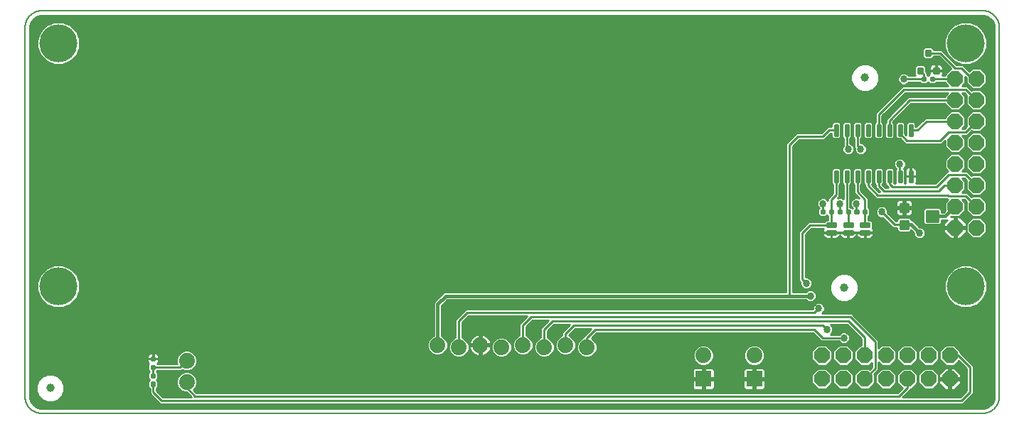
<source format=gtl>
G75*
%MOIN*%
%OFA0B0*%
%FSLAX25Y25*%
%IPPOS*%
%LPD*%
%AMOC8*
5,1,8,0,0,1.08239X$1,22.5*
%
%ADD10C,0.00591*%
%ADD11C,0.00992*%
%ADD12C,0.17780*%
%ADD13OC8,0.07400*%
%ADD14C,0.07400*%
%ADD15C,0.01004*%
%ADD16C,0.01000*%
%ADD17C,0.01008*%
%ADD18R,0.07400X0.07400*%
%ADD19C,0.03937*%
%ADD20C,0.03369*%
%ADD21C,0.01600*%
D10*
X0009374Y0196177D02*
X0450319Y0196177D01*
X0450509Y0196179D01*
X0450699Y0196186D01*
X0450889Y0196198D01*
X0451079Y0196214D01*
X0451268Y0196234D01*
X0451457Y0196260D01*
X0451645Y0196289D01*
X0451832Y0196324D01*
X0452018Y0196363D01*
X0452203Y0196406D01*
X0452388Y0196454D01*
X0452571Y0196506D01*
X0452752Y0196562D01*
X0452932Y0196623D01*
X0453111Y0196689D01*
X0453288Y0196758D01*
X0453464Y0196832D01*
X0453637Y0196910D01*
X0453809Y0196993D01*
X0453978Y0197079D01*
X0454146Y0197169D01*
X0454311Y0197264D01*
X0454474Y0197362D01*
X0454634Y0197465D01*
X0454792Y0197571D01*
X0454947Y0197681D01*
X0455100Y0197794D01*
X0455250Y0197912D01*
X0455396Y0198033D01*
X0455540Y0198157D01*
X0455681Y0198285D01*
X0455819Y0198416D01*
X0455954Y0198551D01*
X0456085Y0198689D01*
X0456213Y0198830D01*
X0456337Y0198974D01*
X0456458Y0199120D01*
X0456576Y0199270D01*
X0456689Y0199423D01*
X0456799Y0199578D01*
X0456905Y0199736D01*
X0457008Y0199896D01*
X0457106Y0200059D01*
X0457201Y0200224D01*
X0457291Y0200392D01*
X0457377Y0200561D01*
X0457460Y0200733D01*
X0457538Y0200906D01*
X0457612Y0201082D01*
X0457681Y0201259D01*
X0457747Y0201438D01*
X0457808Y0201618D01*
X0457864Y0201799D01*
X0457916Y0201982D01*
X0457964Y0202167D01*
X0458007Y0202352D01*
X0458046Y0202538D01*
X0458081Y0202725D01*
X0458110Y0202913D01*
X0458136Y0203102D01*
X0458156Y0203291D01*
X0458172Y0203481D01*
X0458184Y0203671D01*
X0458191Y0203861D01*
X0458193Y0204051D01*
X0458193Y0377280D01*
X0458191Y0377470D01*
X0458184Y0377660D01*
X0458172Y0377850D01*
X0458156Y0378040D01*
X0458136Y0378229D01*
X0458110Y0378418D01*
X0458081Y0378606D01*
X0458046Y0378793D01*
X0458007Y0378979D01*
X0457964Y0379164D01*
X0457916Y0379349D01*
X0457864Y0379532D01*
X0457808Y0379713D01*
X0457747Y0379893D01*
X0457681Y0380072D01*
X0457612Y0380249D01*
X0457538Y0380425D01*
X0457460Y0380598D01*
X0457377Y0380770D01*
X0457291Y0380939D01*
X0457201Y0381107D01*
X0457106Y0381272D01*
X0457008Y0381435D01*
X0456905Y0381595D01*
X0456799Y0381753D01*
X0456689Y0381908D01*
X0456576Y0382061D01*
X0456458Y0382211D01*
X0456337Y0382357D01*
X0456213Y0382501D01*
X0456085Y0382642D01*
X0455954Y0382780D01*
X0455819Y0382915D01*
X0455681Y0383046D01*
X0455540Y0383174D01*
X0455396Y0383298D01*
X0455250Y0383419D01*
X0455100Y0383537D01*
X0454947Y0383650D01*
X0454792Y0383760D01*
X0454634Y0383866D01*
X0454474Y0383969D01*
X0454311Y0384067D01*
X0454146Y0384162D01*
X0453978Y0384252D01*
X0453809Y0384338D01*
X0453637Y0384421D01*
X0453464Y0384499D01*
X0453288Y0384573D01*
X0453111Y0384642D01*
X0452932Y0384708D01*
X0452752Y0384769D01*
X0452571Y0384825D01*
X0452388Y0384877D01*
X0452203Y0384925D01*
X0452018Y0384968D01*
X0451832Y0385007D01*
X0451645Y0385042D01*
X0451457Y0385071D01*
X0451268Y0385097D01*
X0451079Y0385117D01*
X0450889Y0385133D01*
X0450699Y0385145D01*
X0450509Y0385152D01*
X0450319Y0385154D01*
X0009374Y0385154D01*
X0009184Y0385152D01*
X0008994Y0385145D01*
X0008804Y0385133D01*
X0008614Y0385117D01*
X0008425Y0385097D01*
X0008236Y0385071D01*
X0008048Y0385042D01*
X0007861Y0385007D01*
X0007675Y0384968D01*
X0007490Y0384925D01*
X0007305Y0384877D01*
X0007122Y0384825D01*
X0006941Y0384769D01*
X0006761Y0384708D01*
X0006582Y0384642D01*
X0006405Y0384573D01*
X0006229Y0384499D01*
X0006056Y0384421D01*
X0005884Y0384338D01*
X0005715Y0384252D01*
X0005547Y0384162D01*
X0005382Y0384067D01*
X0005219Y0383969D01*
X0005059Y0383866D01*
X0004901Y0383760D01*
X0004746Y0383650D01*
X0004593Y0383537D01*
X0004443Y0383419D01*
X0004297Y0383298D01*
X0004153Y0383174D01*
X0004012Y0383046D01*
X0003874Y0382915D01*
X0003739Y0382780D01*
X0003608Y0382642D01*
X0003480Y0382501D01*
X0003356Y0382357D01*
X0003235Y0382211D01*
X0003117Y0382061D01*
X0003004Y0381908D01*
X0002894Y0381753D01*
X0002788Y0381595D01*
X0002685Y0381435D01*
X0002587Y0381272D01*
X0002492Y0381107D01*
X0002402Y0380939D01*
X0002316Y0380770D01*
X0002233Y0380598D01*
X0002155Y0380425D01*
X0002081Y0380249D01*
X0002012Y0380072D01*
X0001946Y0379893D01*
X0001885Y0379713D01*
X0001829Y0379532D01*
X0001777Y0379349D01*
X0001729Y0379164D01*
X0001686Y0378979D01*
X0001647Y0378793D01*
X0001612Y0378606D01*
X0001583Y0378418D01*
X0001557Y0378229D01*
X0001537Y0378040D01*
X0001521Y0377850D01*
X0001509Y0377660D01*
X0001502Y0377470D01*
X0001500Y0377280D01*
X0001500Y0204051D01*
X0001502Y0203861D01*
X0001509Y0203671D01*
X0001521Y0203481D01*
X0001537Y0203291D01*
X0001557Y0203102D01*
X0001583Y0202913D01*
X0001612Y0202725D01*
X0001647Y0202538D01*
X0001686Y0202352D01*
X0001729Y0202167D01*
X0001777Y0201982D01*
X0001829Y0201799D01*
X0001885Y0201618D01*
X0001946Y0201438D01*
X0002012Y0201259D01*
X0002081Y0201082D01*
X0002155Y0200906D01*
X0002233Y0200733D01*
X0002316Y0200561D01*
X0002402Y0200392D01*
X0002492Y0200224D01*
X0002587Y0200059D01*
X0002685Y0199896D01*
X0002788Y0199736D01*
X0002894Y0199578D01*
X0003004Y0199423D01*
X0003117Y0199270D01*
X0003235Y0199120D01*
X0003356Y0198974D01*
X0003480Y0198830D01*
X0003608Y0198689D01*
X0003739Y0198551D01*
X0003874Y0198416D01*
X0004012Y0198285D01*
X0004153Y0198157D01*
X0004297Y0198033D01*
X0004443Y0197912D01*
X0004593Y0197794D01*
X0004746Y0197681D01*
X0004901Y0197571D01*
X0005059Y0197465D01*
X0005219Y0197362D01*
X0005382Y0197264D01*
X0005547Y0197169D01*
X0005715Y0197079D01*
X0005884Y0196993D01*
X0006056Y0196910D01*
X0006229Y0196832D01*
X0006405Y0196758D01*
X0006582Y0196689D01*
X0006761Y0196623D01*
X0006941Y0196562D01*
X0007122Y0196506D01*
X0007305Y0196454D01*
X0007490Y0196406D01*
X0007675Y0196363D01*
X0007861Y0196324D01*
X0008048Y0196289D01*
X0008236Y0196260D01*
X0008425Y0196234D01*
X0008614Y0196214D01*
X0008804Y0196198D01*
X0008994Y0196186D01*
X0009184Y0196179D01*
X0009374Y0196177D01*
D11*
X0062224Y0209272D02*
X0062224Y0210642D01*
X0062224Y0209272D02*
X0060854Y0209272D01*
X0060854Y0210642D01*
X0062224Y0210642D01*
X0062224Y0210263D02*
X0060854Y0210263D01*
X0062224Y0213209D02*
X0062224Y0214579D01*
X0062224Y0213209D02*
X0060854Y0213209D01*
X0060854Y0214579D01*
X0062224Y0214579D01*
X0062224Y0214200D02*
X0060854Y0214200D01*
X0062224Y0217146D02*
X0062224Y0218516D01*
X0062224Y0217146D02*
X0060854Y0217146D01*
X0060854Y0218516D01*
X0062224Y0218516D01*
X0062224Y0218137D02*
X0060854Y0218137D01*
X0062224Y0221083D02*
X0062224Y0222453D01*
X0062224Y0221083D02*
X0060854Y0221083D01*
X0060854Y0222453D01*
X0062224Y0222453D01*
X0062224Y0222074D02*
X0060854Y0222074D01*
X0374831Y0291350D02*
X0376201Y0291350D01*
X0376201Y0289980D01*
X0374831Y0289980D01*
X0374831Y0291350D01*
X0374831Y0290971D02*
X0376201Y0290971D01*
X0378768Y0291350D02*
X0380138Y0291350D01*
X0380138Y0289980D01*
X0378768Y0289980D01*
X0378768Y0291350D01*
X0378768Y0290971D02*
X0380138Y0290971D01*
X0382705Y0291350D02*
X0384075Y0291350D01*
X0384075Y0289980D01*
X0382705Y0289980D01*
X0382705Y0291350D01*
X0382705Y0290971D02*
X0384075Y0290971D01*
X0386642Y0291350D02*
X0388012Y0291350D01*
X0388012Y0289980D01*
X0386642Y0289980D01*
X0386642Y0291350D01*
X0386642Y0290971D02*
X0388012Y0290971D01*
X0390579Y0291350D02*
X0391949Y0291350D01*
X0391949Y0289980D01*
X0390579Y0289980D01*
X0390579Y0291350D01*
X0390579Y0290971D02*
X0391949Y0290971D01*
X0394516Y0291350D02*
X0395886Y0291350D01*
X0395886Y0289980D01*
X0394516Y0289980D01*
X0394516Y0291350D01*
X0394516Y0290971D02*
X0395886Y0290971D01*
X0411740Y0290768D02*
X0411740Y0294500D01*
X0415472Y0294500D01*
X0415472Y0290768D01*
X0411740Y0290768D01*
X0411740Y0291759D02*
X0415472Y0291759D01*
X0415472Y0292750D02*
X0411740Y0292750D01*
X0411740Y0293741D02*
X0415472Y0293741D01*
X0411740Y0286626D02*
X0411740Y0282894D01*
X0411740Y0286626D02*
X0415472Y0286626D01*
X0415472Y0282894D01*
X0411740Y0282894D01*
X0411740Y0283885D02*
X0415472Y0283885D01*
X0415472Y0284876D02*
X0411740Y0284876D01*
X0411740Y0285867D02*
X0415472Y0285867D01*
X0415953Y0304941D02*
X0417323Y0304941D01*
X0415953Y0304941D02*
X0415953Y0309855D01*
X0417323Y0309855D01*
X0417323Y0304941D01*
X0417323Y0305932D02*
X0415953Y0305932D01*
X0415953Y0306923D02*
X0417323Y0306923D01*
X0417323Y0307914D02*
X0415953Y0307914D01*
X0415953Y0308905D02*
X0417323Y0308905D01*
X0412323Y0304941D02*
X0410953Y0304941D01*
X0410953Y0309855D01*
X0412323Y0309855D01*
X0412323Y0304941D01*
X0412323Y0305932D02*
X0410953Y0305932D01*
X0410953Y0306923D02*
X0412323Y0306923D01*
X0412323Y0307914D02*
X0410953Y0307914D01*
X0410953Y0308905D02*
X0412323Y0308905D01*
X0407323Y0304941D02*
X0405953Y0304941D01*
X0405953Y0309855D01*
X0407323Y0309855D01*
X0407323Y0304941D01*
X0407323Y0305932D02*
X0405953Y0305932D01*
X0405953Y0306923D02*
X0407323Y0306923D01*
X0407323Y0307914D02*
X0405953Y0307914D01*
X0405953Y0308905D02*
X0407323Y0308905D01*
X0402323Y0304941D02*
X0400953Y0304941D01*
X0400953Y0309855D01*
X0402323Y0309855D01*
X0402323Y0304941D01*
X0402323Y0305932D02*
X0400953Y0305932D01*
X0400953Y0306923D02*
X0402323Y0306923D01*
X0402323Y0307914D02*
X0400953Y0307914D01*
X0400953Y0308905D02*
X0402323Y0308905D01*
X0397323Y0304941D02*
X0395953Y0304941D01*
X0395953Y0309855D01*
X0397323Y0309855D01*
X0397323Y0304941D01*
X0397323Y0305932D02*
X0395953Y0305932D01*
X0395953Y0306923D02*
X0397323Y0306923D01*
X0397323Y0307914D02*
X0395953Y0307914D01*
X0395953Y0308905D02*
X0397323Y0308905D01*
X0392323Y0304941D02*
X0390953Y0304941D01*
X0390953Y0309855D01*
X0392323Y0309855D01*
X0392323Y0304941D01*
X0392323Y0305932D02*
X0390953Y0305932D01*
X0390953Y0306923D02*
X0392323Y0306923D01*
X0392323Y0307914D02*
X0390953Y0307914D01*
X0390953Y0308905D02*
X0392323Y0308905D01*
X0387323Y0304941D02*
X0385953Y0304941D01*
X0385953Y0309855D01*
X0387323Y0309855D01*
X0387323Y0304941D01*
X0387323Y0305932D02*
X0385953Y0305932D01*
X0385953Y0306923D02*
X0387323Y0306923D01*
X0387323Y0307914D02*
X0385953Y0307914D01*
X0385953Y0308905D02*
X0387323Y0308905D01*
X0382323Y0304941D02*
X0380953Y0304941D01*
X0380953Y0309855D01*
X0382323Y0309855D01*
X0382323Y0304941D01*
X0382323Y0305932D02*
X0380953Y0305932D01*
X0380953Y0306923D02*
X0382323Y0306923D01*
X0382323Y0307914D02*
X0380953Y0307914D01*
X0380953Y0308905D02*
X0382323Y0308905D01*
X0382323Y0326594D02*
X0380953Y0326594D01*
X0380953Y0331508D01*
X0382323Y0331508D01*
X0382323Y0326594D01*
X0382323Y0327585D02*
X0380953Y0327585D01*
X0380953Y0328576D02*
X0382323Y0328576D01*
X0382323Y0329567D02*
X0380953Y0329567D01*
X0380953Y0330558D02*
X0382323Y0330558D01*
X0385953Y0326594D02*
X0387323Y0326594D01*
X0385953Y0326594D02*
X0385953Y0331508D01*
X0387323Y0331508D01*
X0387323Y0326594D01*
X0387323Y0327585D02*
X0385953Y0327585D01*
X0385953Y0328576D02*
X0387323Y0328576D01*
X0387323Y0329567D02*
X0385953Y0329567D01*
X0385953Y0330558D02*
X0387323Y0330558D01*
X0390953Y0326594D02*
X0392323Y0326594D01*
X0390953Y0326594D02*
X0390953Y0331508D01*
X0392323Y0331508D01*
X0392323Y0326594D01*
X0392323Y0327585D02*
X0390953Y0327585D01*
X0390953Y0328576D02*
X0392323Y0328576D01*
X0392323Y0329567D02*
X0390953Y0329567D01*
X0390953Y0330558D02*
X0392323Y0330558D01*
X0395953Y0326594D02*
X0397323Y0326594D01*
X0395953Y0326594D02*
X0395953Y0331508D01*
X0397323Y0331508D01*
X0397323Y0326594D01*
X0397323Y0327585D02*
X0395953Y0327585D01*
X0395953Y0328576D02*
X0397323Y0328576D01*
X0397323Y0329567D02*
X0395953Y0329567D01*
X0395953Y0330558D02*
X0397323Y0330558D01*
X0400953Y0326594D02*
X0402323Y0326594D01*
X0400953Y0326594D02*
X0400953Y0331508D01*
X0402323Y0331508D01*
X0402323Y0326594D01*
X0402323Y0327585D02*
X0400953Y0327585D01*
X0400953Y0328576D02*
X0402323Y0328576D01*
X0402323Y0329567D02*
X0400953Y0329567D01*
X0400953Y0330558D02*
X0402323Y0330558D01*
X0405953Y0326594D02*
X0407323Y0326594D01*
X0405953Y0326594D02*
X0405953Y0331508D01*
X0407323Y0331508D01*
X0407323Y0326594D01*
X0407323Y0327585D02*
X0405953Y0327585D01*
X0405953Y0328576D02*
X0407323Y0328576D01*
X0407323Y0329567D02*
X0405953Y0329567D01*
X0405953Y0330558D02*
X0407323Y0330558D01*
X0410953Y0326594D02*
X0412323Y0326594D01*
X0410953Y0326594D02*
X0410953Y0331508D01*
X0412323Y0331508D01*
X0412323Y0326594D01*
X0412323Y0327585D02*
X0410953Y0327585D01*
X0410953Y0328576D02*
X0412323Y0328576D01*
X0412323Y0329567D02*
X0410953Y0329567D01*
X0410953Y0330558D02*
X0412323Y0330558D01*
X0415953Y0326594D02*
X0417323Y0326594D01*
X0415953Y0326594D02*
X0415953Y0331508D01*
X0417323Y0331508D01*
X0417323Y0326594D01*
X0417323Y0327585D02*
X0415953Y0327585D01*
X0415953Y0328576D02*
X0417323Y0328576D01*
X0417323Y0329567D02*
X0415953Y0329567D01*
X0415953Y0330558D02*
X0417323Y0330558D01*
X0422169Y0352358D02*
X0423539Y0352358D01*
X0422169Y0352358D02*
X0422169Y0353728D01*
X0423539Y0353728D01*
X0423539Y0352358D01*
X0423539Y0353349D02*
X0422169Y0353349D01*
X0426106Y0352358D02*
X0427476Y0352358D01*
X0426106Y0352358D02*
X0426106Y0353728D01*
X0427476Y0353728D01*
X0427476Y0352358D01*
X0427476Y0353349D02*
X0426106Y0353349D01*
D12*
X0442445Y0369839D03*
X0442445Y0255665D03*
X0017248Y0255665D03*
X0017248Y0369839D03*
D13*
X0375043Y0223331D03*
X0385043Y0223331D03*
X0395043Y0223331D03*
X0405043Y0223331D03*
X0415043Y0223331D03*
X0425043Y0223331D03*
X0435043Y0223331D03*
X0435043Y0212331D03*
X0425043Y0212331D03*
X0415043Y0212331D03*
X0405043Y0212331D03*
X0395043Y0212331D03*
X0385043Y0212331D03*
X0375043Y0212331D03*
X0437445Y0283224D03*
X0447445Y0283224D03*
X0447445Y0293224D03*
X0437445Y0293224D03*
X0437445Y0303224D03*
X0447445Y0303224D03*
X0447445Y0313224D03*
X0437445Y0313224D03*
X0437445Y0323224D03*
X0447445Y0323224D03*
X0447445Y0333224D03*
X0437445Y0333224D03*
X0437445Y0343224D03*
X0447445Y0343224D03*
X0447445Y0353224D03*
X0437445Y0353224D03*
D14*
X0343272Y0223331D03*
X0319492Y0223331D03*
X0264846Y0227173D03*
X0254846Y0228173D03*
X0244846Y0227173D03*
X0234846Y0228173D03*
X0224846Y0227173D03*
X0214846Y0228173D03*
X0204846Y0227173D03*
X0194846Y0228173D03*
X0077287Y0220862D03*
X0077287Y0210862D03*
D15*
X0424050Y0286246D02*
X0424050Y0291148D01*
X0429344Y0291148D01*
X0429344Y0286246D01*
X0424050Y0286246D01*
X0424050Y0287249D02*
X0429344Y0287249D01*
X0429344Y0288252D02*
X0424050Y0288252D01*
X0424050Y0289255D02*
X0429344Y0289255D01*
X0429344Y0290258D02*
X0424050Y0290258D01*
D16*
X0422447Y0290037D02*
X0417343Y0290037D01*
X0417332Y0289997D02*
X0417468Y0290505D01*
X0417468Y0292134D01*
X0414106Y0292134D01*
X0414106Y0288772D01*
X0415735Y0288772D01*
X0416243Y0288908D01*
X0416698Y0289170D01*
X0417070Y0289542D01*
X0417332Y0289997D01*
X0417468Y0291036D02*
X0422447Y0291036D01*
X0422447Y0291811D02*
X0422447Y0285582D01*
X0423386Y0284644D01*
X0430008Y0284644D01*
X0430946Y0285582D01*
X0430946Y0286797D01*
X0433663Y0286797D01*
X0432245Y0285378D01*
X0432245Y0283724D01*
X0436945Y0283724D01*
X0436945Y0282724D01*
X0437945Y0282724D01*
X0437945Y0278024D01*
X0439599Y0278024D01*
X0442645Y0281070D01*
X0442645Y0282724D01*
X0437945Y0282724D01*
X0437945Y0283724D01*
X0442645Y0283724D01*
X0442645Y0285378D01*
X0439599Y0288424D01*
X0437945Y0288424D01*
X0437945Y0283724D01*
X0436945Y0283724D01*
X0436945Y0288424D01*
X0435332Y0288424D01*
X0435394Y0288487D01*
X0435457Y0288424D01*
X0439433Y0288424D01*
X0442245Y0291236D01*
X0442245Y0295213D01*
X0440880Y0296577D01*
X0441829Y0296577D01*
X0442919Y0295487D01*
X0442645Y0295213D01*
X0442645Y0291236D01*
X0445457Y0288424D01*
X0449433Y0288424D01*
X0452245Y0291236D01*
X0452245Y0295213D01*
X0449433Y0298024D01*
X0445457Y0298024D01*
X0445182Y0297750D01*
X0444092Y0298840D01*
X0443155Y0299777D01*
X0440786Y0299777D01*
X0442245Y0301236D01*
X0442245Y0305213D01*
X0440880Y0306577D01*
X0441829Y0306577D01*
X0442919Y0305487D01*
X0442645Y0305213D01*
X0442645Y0301236D01*
X0445457Y0298424D01*
X0449433Y0298424D01*
X0452245Y0301236D01*
X0452245Y0305213D01*
X0449433Y0308024D01*
X0445457Y0308024D01*
X0445182Y0307750D01*
X0444092Y0308840D01*
X0443155Y0309777D01*
X0440786Y0309777D01*
X0442245Y0311236D01*
X0442245Y0315213D01*
X0439433Y0318024D01*
X0435457Y0318024D01*
X0432645Y0315213D01*
X0432645Y0311236D01*
X0434104Y0309777D01*
X0433829Y0309777D01*
X0428129Y0304076D01*
X0419129Y0304076D01*
X0419183Y0304170D01*
X0419319Y0304678D01*
X0419319Y0307307D01*
X0416728Y0307307D01*
X0416728Y0307488D01*
X0416547Y0307488D01*
X0416547Y0307307D01*
X0413957Y0307307D01*
X0413957Y0304678D01*
X0414093Y0304170D01*
X0414147Y0304076D01*
X0413715Y0304076D01*
X0413919Y0304280D01*
X0413919Y0310515D01*
X0413343Y0311091D01*
X0413852Y0311600D01*
X0414276Y0312623D01*
X0414276Y0313731D01*
X0413852Y0314754D01*
X0413069Y0315538D01*
X0412046Y0315961D01*
X0410938Y0315961D01*
X0409915Y0315538D01*
X0409132Y0314754D01*
X0408708Y0313731D01*
X0408708Y0312623D01*
X0409132Y0311600D01*
X0409787Y0310945D01*
X0409357Y0310515D01*
X0409357Y0304280D01*
X0409560Y0304076D01*
X0408715Y0304076D01*
X0408919Y0304280D01*
X0408919Y0310515D01*
X0407984Y0311450D01*
X0405292Y0311450D01*
X0404357Y0310515D01*
X0404357Y0304280D01*
X0405038Y0303599D01*
X0405038Y0303172D01*
X0406102Y0302108D01*
X0404722Y0302108D01*
X0403238Y0303592D01*
X0403238Y0303599D01*
X0403919Y0304280D01*
X0403919Y0310515D01*
X0402984Y0311450D01*
X0400292Y0311450D01*
X0399357Y0310515D01*
X0399357Y0304280D01*
X0400038Y0303599D01*
X0400038Y0302266D01*
X0400975Y0301329D01*
X0402165Y0300139D01*
X0401769Y0300139D01*
X0398274Y0303635D01*
X0398919Y0304280D01*
X0398919Y0310515D01*
X0397984Y0311450D01*
X0395292Y0311450D01*
X0394357Y0310515D01*
X0394357Y0304280D01*
X0395038Y0303599D01*
X0395038Y0302345D01*
X0399506Y0297877D01*
X0400444Y0296939D01*
X0433467Y0296939D01*
X0433829Y0296577D01*
X0434009Y0296577D01*
X0432645Y0295213D01*
X0432645Y0291236D01*
X0432707Y0291174D01*
X0432130Y0290597D01*
X0430946Y0290597D01*
X0430946Y0291811D01*
X0430008Y0292750D01*
X0423386Y0292750D01*
X0422447Y0291811D01*
X0422670Y0292034D02*
X0417468Y0292034D01*
X0417468Y0293134D02*
X0414106Y0293134D01*
X0413106Y0293134D01*
X0413106Y0292134D01*
X0409744Y0292134D01*
X0409744Y0290505D01*
X0409880Y0289997D01*
X0410143Y0289542D01*
X0410515Y0289170D01*
X0410970Y0288908D01*
X0411477Y0288772D01*
X0413106Y0288772D01*
X0413106Y0292134D01*
X0414106Y0292134D01*
X0414106Y0293134D01*
X0414106Y0296496D01*
X0415735Y0296496D01*
X0416243Y0296360D01*
X0416698Y0296097D01*
X0417070Y0295726D01*
X0417332Y0295270D01*
X0417468Y0294763D01*
X0417468Y0293134D01*
X0417468Y0294031D02*
X0432645Y0294031D01*
X0432645Y0293033D02*
X0414106Y0293033D01*
X0414106Y0294031D02*
X0413106Y0294031D01*
X0413106Y0293134D02*
X0413106Y0296496D01*
X0411477Y0296496D01*
X0410970Y0296360D01*
X0410515Y0296097D01*
X0410143Y0295726D01*
X0409880Y0295270D01*
X0409744Y0294763D01*
X0409744Y0293134D01*
X0413106Y0293134D01*
X0413106Y0293033D02*
X0404635Y0293033D01*
X0404652Y0293026D02*
X0403629Y0293450D01*
X0402521Y0293450D01*
X0401498Y0293026D01*
X0400714Y0292242D01*
X0400291Y0291219D01*
X0400291Y0290112D01*
X0400714Y0289088D01*
X0401498Y0288305D01*
X0402521Y0287881D01*
X0403596Y0287881D01*
X0408318Y0283160D01*
X0410144Y0283160D01*
X0410144Y0282233D01*
X0411079Y0281298D01*
X0416134Y0281298D01*
X0416882Y0282046D01*
X0418007Y0280920D01*
X0418007Y0280269D01*
X0418431Y0279246D01*
X0419214Y0278462D01*
X0420238Y0278039D01*
X0421345Y0278039D01*
X0422368Y0278462D01*
X0423152Y0279246D01*
X0423576Y0280269D01*
X0423576Y0281377D01*
X0423152Y0282400D01*
X0422368Y0283183D01*
X0421345Y0283607D01*
X0420694Y0283607D01*
X0417641Y0286660D01*
X0417068Y0286660D01*
X0417068Y0287287D01*
X0416134Y0288222D01*
X0411079Y0288222D01*
X0410144Y0287287D01*
X0410144Y0286360D01*
X0409643Y0286360D01*
X0405859Y0290144D01*
X0405859Y0291219D01*
X0405435Y0292242D01*
X0404652Y0293026D01*
X0405521Y0292034D02*
X0409744Y0292034D01*
X0409744Y0291036D02*
X0405859Y0291036D01*
X0405966Y0290037D02*
X0409869Y0290037D01*
X0410743Y0289039D02*
X0406964Y0289039D01*
X0407963Y0288040D02*
X0410897Y0288040D01*
X0410144Y0287042D02*
X0408961Y0287042D01*
X0408980Y0284760D02*
X0403075Y0290665D01*
X0402137Y0288040D02*
X0396801Y0288040D01*
X0396801Y0288638D02*
X0397482Y0289319D01*
X0397482Y0292012D01*
X0396801Y0292693D01*
X0396801Y0297234D01*
X0393238Y0300797D01*
X0393238Y0303599D01*
X0393919Y0304280D01*
X0393919Y0310515D01*
X0392984Y0311450D01*
X0390292Y0311450D01*
X0389357Y0310515D01*
X0389357Y0304280D01*
X0390038Y0303599D01*
X0390038Y0299471D01*
X0392338Y0297171D01*
X0391818Y0297387D01*
X0390710Y0297387D01*
X0389687Y0296963D01*
X0388903Y0296180D01*
X0388480Y0295156D01*
X0388480Y0294049D01*
X0388903Y0293025D01*
X0389450Y0292479D01*
X0389295Y0292324D01*
X0388673Y0292946D01*
X0388238Y0292946D01*
X0388238Y0303599D01*
X0388919Y0304280D01*
X0388919Y0310515D01*
X0387984Y0311450D01*
X0385292Y0311450D01*
X0384357Y0310515D01*
X0384357Y0304280D01*
X0385038Y0303599D01*
X0385038Y0296892D01*
X0384967Y0296963D01*
X0383944Y0297387D01*
X0382836Y0297387D01*
X0382316Y0297171D01*
X0383238Y0298093D01*
X0383238Y0303599D01*
X0383919Y0304280D01*
X0383919Y0310515D01*
X0382984Y0311450D01*
X0380292Y0311450D01*
X0379357Y0310515D01*
X0379357Y0304280D01*
X0380038Y0303599D01*
X0380038Y0299419D01*
X0378790Y0298171D01*
X0377853Y0297234D01*
X0377853Y0296203D01*
X0377093Y0296963D01*
X0376070Y0297387D01*
X0374962Y0297387D01*
X0373939Y0296963D01*
X0373155Y0296180D01*
X0372731Y0295156D01*
X0372731Y0294049D01*
X0373155Y0293025D01*
X0373702Y0292479D01*
X0373235Y0292012D01*
X0373235Y0289319D01*
X0374170Y0288384D01*
X0376862Y0288384D01*
X0377484Y0289007D01*
X0377853Y0288638D01*
X0377853Y0286913D01*
X0376790Y0286913D01*
X0376040Y0286163D01*
X0368751Y0286163D01*
X0365010Y0282423D01*
X0364073Y0281486D01*
X0364073Y0258507D01*
X0364857Y0257722D01*
X0364857Y0256647D01*
X0365281Y0255624D01*
X0366065Y0254840D01*
X0367088Y0254417D01*
X0368196Y0254417D01*
X0369219Y0254840D01*
X0370002Y0255624D01*
X0370426Y0256647D01*
X0370426Y0257755D01*
X0370002Y0258778D01*
X0369219Y0259561D01*
X0368196Y0259985D01*
X0367273Y0259985D01*
X0367273Y0280160D01*
X0370076Y0282963D01*
X0375832Y0282963D01*
X0375589Y0282542D01*
X0375453Y0282033D01*
X0375453Y0281145D01*
X0379328Y0281145D01*
X0379328Y0280895D01*
X0375453Y0280895D01*
X0375453Y0280006D01*
X0375589Y0279498D01*
X0375852Y0279042D01*
X0376225Y0278669D01*
X0376681Y0278406D01*
X0377189Y0278270D01*
X0379328Y0278270D01*
X0379328Y0280895D01*
X0379578Y0280895D01*
X0379578Y0281145D01*
X0387202Y0281145D01*
X0387202Y0280895D01*
X0383327Y0280895D01*
X0379578Y0280895D01*
X0379578Y0278270D01*
X0381716Y0278270D01*
X0382225Y0278406D01*
X0382681Y0278669D01*
X0383053Y0279042D01*
X0383316Y0279498D01*
X0383390Y0279771D01*
X0383463Y0279498D01*
X0383726Y0279042D01*
X0384099Y0278669D01*
X0384555Y0278406D01*
X0385063Y0278270D01*
X0387202Y0278270D01*
X0387202Y0280895D01*
X0387452Y0280895D01*
X0387452Y0281145D01*
X0395076Y0281145D01*
X0395076Y0280895D01*
X0391201Y0280895D01*
X0387452Y0280895D01*
X0387452Y0278270D01*
X0389590Y0278270D01*
X0390099Y0278406D01*
X0390555Y0278669D01*
X0390927Y0279042D01*
X0391190Y0279498D01*
X0391264Y0279771D01*
X0391337Y0279498D01*
X0391600Y0279042D01*
X0391973Y0278669D01*
X0392429Y0278406D01*
X0392937Y0278270D01*
X0395076Y0278270D01*
X0395076Y0280895D01*
X0395326Y0280895D01*
X0395326Y0281145D01*
X0399201Y0281145D01*
X0399201Y0282033D01*
X0399064Y0282542D01*
X0398801Y0282998D01*
X0398725Y0283074D01*
X0398801Y0283150D01*
X0398801Y0285976D01*
X0397864Y0286913D01*
X0396801Y0286913D01*
X0396801Y0288638D01*
X0397201Y0289039D02*
X0400764Y0289039D01*
X0400321Y0290037D02*
X0397482Y0290037D01*
X0397482Y0291036D02*
X0400291Y0291036D01*
X0400628Y0292034D02*
X0397459Y0292034D01*
X0396801Y0293033D02*
X0401515Y0293033D01*
X0400356Y0297027D02*
X0396801Y0297027D01*
X0396801Y0296028D02*
X0410446Y0296028D01*
X0409816Y0295030D02*
X0396801Y0295030D01*
X0396801Y0294031D02*
X0409744Y0294031D01*
X0413106Y0295030D02*
X0414106Y0295030D01*
X0414106Y0296028D02*
X0413106Y0296028D01*
X0416767Y0296028D02*
X0433461Y0296028D01*
X0432645Y0295030D02*
X0417397Y0295030D01*
X0414106Y0292034D02*
X0413106Y0292034D01*
X0413106Y0291036D02*
X0414106Y0291036D01*
X0414106Y0290037D02*
X0413106Y0290037D01*
X0413106Y0289039D02*
X0414106Y0289039D01*
X0416470Y0289039D02*
X0422447Y0289039D01*
X0422447Y0288040D02*
X0416315Y0288040D01*
X0417068Y0287042D02*
X0422447Y0287042D01*
X0422447Y0286043D02*
X0418258Y0286043D01*
X0419256Y0285045D02*
X0422985Y0285045D01*
X0422504Y0283048D02*
X0436945Y0283048D01*
X0436945Y0282724D02*
X0432245Y0282724D01*
X0432245Y0281070D01*
X0435291Y0278024D01*
X0436945Y0278024D01*
X0436945Y0282724D01*
X0436945Y0282049D02*
X0437945Y0282049D01*
X0437945Y0281051D02*
X0436945Y0281051D01*
X0436945Y0280052D02*
X0437945Y0280052D01*
X0437945Y0279054D02*
X0436945Y0279054D01*
X0436945Y0278055D02*
X0437945Y0278055D01*
X0439629Y0278055D02*
X0455898Y0278055D01*
X0455898Y0277057D02*
X0367273Y0277057D01*
X0367273Y0278055D02*
X0420198Y0278055D01*
X0421385Y0278055D02*
X0435260Y0278055D01*
X0434262Y0279054D02*
X0422960Y0279054D01*
X0423486Y0280052D02*
X0433263Y0280052D01*
X0432265Y0281051D02*
X0423576Y0281051D01*
X0423297Y0282049D02*
X0432245Y0282049D01*
X0432245Y0284046D02*
X0420255Y0284046D01*
X0417877Y0281051D02*
X0395326Y0281051D01*
X0397201Y0281770D02*
X0397201Y0280270D01*
X0393201Y0280270D01*
X0393201Y0281770D01*
X0397201Y0281770D01*
X0397201Y0281269D02*
X0393201Y0281269D01*
X0395076Y0281051D02*
X0387452Y0281051D01*
X0389327Y0281770D02*
X0389327Y0280270D01*
X0385327Y0280270D01*
X0385327Y0281770D01*
X0389327Y0281770D01*
X0389327Y0281269D02*
X0385327Y0281269D01*
X0387202Y0281051D02*
X0379578Y0281051D01*
X0381453Y0281770D02*
X0381453Y0280270D01*
X0377453Y0280270D01*
X0377453Y0281770D01*
X0381453Y0281770D01*
X0381453Y0281269D02*
X0377453Y0281269D01*
X0379328Y0281051D02*
X0368164Y0281051D01*
X0367273Y0280052D02*
X0375453Y0280052D01*
X0375845Y0279054D02*
X0367273Y0279054D01*
X0365673Y0280823D02*
X0365673Y0259169D01*
X0367642Y0257201D01*
X0370194Y0256088D02*
X0378756Y0256088D01*
X0378756Y0256546D02*
X0378756Y0253919D01*
X0379761Y0251492D01*
X0381618Y0249635D01*
X0384045Y0248630D01*
X0386672Y0248630D01*
X0389098Y0249635D01*
X0390955Y0251492D01*
X0391961Y0253919D01*
X0391961Y0256546D01*
X0390955Y0258972D01*
X0389098Y0260829D01*
X0386672Y0261835D01*
X0384045Y0261835D01*
X0381618Y0260829D01*
X0379761Y0258972D01*
X0378756Y0256546D01*
X0378980Y0257086D02*
X0370426Y0257086D01*
X0370289Y0258085D02*
X0379394Y0258085D01*
X0379872Y0259083D02*
X0369697Y0259083D01*
X0367273Y0260082D02*
X0380871Y0260082D01*
X0382224Y0261080D02*
X0367273Y0261080D01*
X0367273Y0262079D02*
X0434731Y0262079D01*
X0433976Y0261324D02*
X0432455Y0257652D01*
X0432455Y0253678D01*
X0433976Y0250007D01*
X0436786Y0247196D01*
X0440458Y0245676D01*
X0444432Y0245676D01*
X0448104Y0247196D01*
X0450914Y0250007D01*
X0452435Y0253678D01*
X0452435Y0257652D01*
X0450914Y0261324D01*
X0448104Y0264134D01*
X0444432Y0265655D01*
X0440458Y0265655D01*
X0436786Y0264134D01*
X0433976Y0261324D01*
X0433875Y0261080D02*
X0388492Y0261080D01*
X0389846Y0260082D02*
X0433461Y0260082D01*
X0433048Y0259083D02*
X0390844Y0259083D01*
X0391323Y0258085D02*
X0432634Y0258085D01*
X0432455Y0257086D02*
X0391737Y0257086D01*
X0391961Y0256088D02*
X0432455Y0256088D01*
X0432455Y0255089D02*
X0391961Y0255089D01*
X0391961Y0254091D02*
X0432455Y0254091D01*
X0432698Y0253092D02*
X0391618Y0253092D01*
X0391205Y0252094D02*
X0433111Y0252094D01*
X0433525Y0251095D02*
X0390558Y0251095D01*
X0389560Y0250097D02*
X0433939Y0250097D01*
X0434884Y0249098D02*
X0387802Y0249098D01*
X0382914Y0249098D02*
X0371351Y0249098D01*
X0371187Y0248935D02*
X0371971Y0249718D01*
X0372394Y0250741D01*
X0372394Y0251849D01*
X0371971Y0252872D01*
X0371187Y0253656D01*
X0370164Y0254080D01*
X0369056Y0254080D01*
X0368033Y0253656D01*
X0367573Y0253195D01*
X0361368Y0253195D01*
X0361368Y0321499D01*
X0364367Y0324498D01*
X0376178Y0324498D01*
X0377116Y0325436D01*
X0379131Y0327451D01*
X0379357Y0327451D01*
X0379357Y0325933D01*
X0380292Y0324998D01*
X0382984Y0324998D01*
X0383919Y0325933D01*
X0383919Y0332169D01*
X0382984Y0333104D01*
X0380292Y0333104D01*
X0379357Y0332169D01*
X0379357Y0330651D01*
X0377806Y0330651D01*
X0374853Y0327698D01*
X0363042Y0327698D01*
X0359105Y0323761D01*
X0358168Y0322824D01*
X0358168Y0253195D01*
X0197996Y0253195D01*
X0196883Y0252082D01*
X0192946Y0248145D01*
X0192946Y0232582D01*
X0192127Y0232242D01*
X0190777Y0230892D01*
X0190046Y0229128D01*
X0190046Y0227218D01*
X0190777Y0225454D01*
X0192127Y0224104D01*
X0193892Y0223373D01*
X0195801Y0223373D01*
X0197565Y0224104D01*
X0198916Y0225454D01*
X0199646Y0227218D01*
X0199646Y0229128D01*
X0200461Y0229128D01*
X0199646Y0229128D02*
X0198916Y0230892D01*
X0197565Y0232242D01*
X0196746Y0232582D01*
X0196746Y0246571D01*
X0199570Y0249395D01*
X0367573Y0249395D01*
X0368033Y0248935D01*
X0369056Y0248511D01*
X0370164Y0248511D01*
X0371187Y0248935D01*
X0371970Y0247750D02*
X0371187Y0246967D01*
X0370763Y0245944D01*
X0370763Y0245021D01*
X0208121Y0245021D01*
X0207183Y0244084D01*
X0203246Y0240147D01*
X0203246Y0231706D01*
X0202127Y0231242D01*
X0200777Y0229892D01*
X0200046Y0228128D01*
X0200046Y0226218D01*
X0200777Y0224454D01*
X0202127Y0223104D01*
X0203892Y0222373D01*
X0205801Y0222373D01*
X0207565Y0223104D01*
X0208916Y0224454D01*
X0209646Y0226218D01*
X0209646Y0228128D01*
X0208916Y0229892D01*
X0207565Y0231242D01*
X0206446Y0231706D01*
X0206446Y0238822D01*
X0209446Y0241821D01*
X0236889Y0241821D01*
X0233246Y0238178D01*
X0233246Y0232706D01*
X0232127Y0232242D01*
X0230777Y0230892D01*
X0230046Y0229128D01*
X0230046Y0227218D01*
X0230777Y0225454D01*
X0232127Y0224104D01*
X0233892Y0223373D01*
X0235801Y0223373D01*
X0237565Y0224104D01*
X0238916Y0225454D01*
X0239646Y0227218D01*
X0239646Y0229128D01*
X0240461Y0229128D01*
X0239646Y0229128D02*
X0238916Y0230892D01*
X0237565Y0232242D01*
X0236446Y0232706D01*
X0236446Y0236853D01*
X0239446Y0239853D01*
X0246889Y0239853D01*
X0243246Y0236210D01*
X0243246Y0231706D01*
X0242127Y0231242D01*
X0240777Y0229892D01*
X0240046Y0228128D01*
X0240046Y0226218D01*
X0240777Y0224454D01*
X0242127Y0223104D01*
X0243892Y0222373D01*
X0245801Y0222373D01*
X0247565Y0223104D01*
X0248916Y0224454D01*
X0249646Y0226218D01*
X0249646Y0228128D01*
X0248916Y0229892D01*
X0247565Y0231242D01*
X0246446Y0231706D01*
X0246446Y0234884D01*
X0249446Y0237884D01*
X0256889Y0237884D01*
X0253246Y0234241D01*
X0253246Y0232706D01*
X0252127Y0232242D01*
X0250777Y0230892D01*
X0250046Y0229128D01*
X0250046Y0227218D01*
X0250777Y0225454D01*
X0252127Y0224104D01*
X0253892Y0223373D01*
X0255801Y0223373D01*
X0257565Y0224104D01*
X0258916Y0225454D01*
X0259646Y0227218D01*
X0259646Y0229128D01*
X0260461Y0229128D01*
X0259646Y0229128D02*
X0258916Y0230892D01*
X0257565Y0232242D01*
X0256446Y0232706D01*
X0256446Y0232916D01*
X0259446Y0235916D01*
X0266889Y0235916D01*
X0263246Y0232273D01*
X0263246Y0231706D01*
X0262127Y0231242D01*
X0260777Y0229892D01*
X0260046Y0228128D01*
X0260046Y0226218D01*
X0260777Y0224454D01*
X0262127Y0223104D01*
X0263892Y0222373D01*
X0265801Y0222373D01*
X0267565Y0223104D01*
X0268916Y0224454D01*
X0269646Y0226218D01*
X0269646Y0228128D01*
X0268916Y0229892D01*
X0267565Y0231242D01*
X0266983Y0231484D01*
X0269446Y0233947D01*
X0370916Y0233947D01*
X0373916Y0230947D01*
X0374853Y0230010D01*
X0383021Y0230010D01*
X0383781Y0229250D01*
X0384804Y0228826D01*
X0385912Y0228826D01*
X0386935Y0229250D01*
X0387719Y0230033D01*
X0388143Y0231056D01*
X0388143Y0232164D01*
X0387719Y0233187D01*
X0386935Y0233971D01*
X0385912Y0234394D01*
X0384804Y0234394D01*
X0383781Y0233971D01*
X0383021Y0233210D01*
X0379085Y0233210D01*
X0379845Y0233970D01*
X0380268Y0234993D01*
X0380268Y0236101D01*
X0379845Y0237124D01*
X0379085Y0237884D01*
X0386664Y0237884D01*
X0393443Y0231105D01*
X0393443Y0228131D01*
X0393055Y0228131D01*
X0390243Y0225319D01*
X0390243Y0221342D01*
X0393055Y0218531D01*
X0397032Y0218531D01*
X0398392Y0219891D01*
X0398392Y0217942D01*
X0397306Y0216856D01*
X0397032Y0217131D01*
X0393055Y0217131D01*
X0390243Y0214319D01*
X0390243Y0210342D01*
X0393055Y0207531D01*
X0397032Y0207531D01*
X0399843Y0210342D01*
X0399843Y0214319D01*
X0399569Y0214593D01*
X0400655Y0215680D01*
X0401592Y0216617D01*
X0401592Y0219994D01*
X0403055Y0218531D01*
X0407032Y0218531D01*
X0409843Y0221342D01*
X0409843Y0225319D01*
X0407032Y0228131D01*
X0403055Y0228131D01*
X0401592Y0226668D01*
X0401592Y0230434D01*
X0389911Y0242115D01*
X0389911Y0242115D01*
X0388974Y0243053D01*
X0375148Y0243053D01*
X0375908Y0243813D01*
X0376331Y0244836D01*
X0376331Y0245944D01*
X0375908Y0246967D01*
X0375124Y0247750D01*
X0374101Y0248174D01*
X0372993Y0248174D01*
X0371970Y0247750D01*
X0372814Y0248100D02*
X0198275Y0248100D01*
X0199273Y0249098D02*
X0367870Y0249098D01*
X0371321Y0247101D02*
X0197276Y0247101D01*
X0196746Y0246103D02*
X0370829Y0246103D01*
X0370763Y0245104D02*
X0196746Y0245104D01*
X0196746Y0244106D02*
X0207205Y0244106D01*
X0206207Y0243107D02*
X0196746Y0243107D01*
X0196746Y0242109D02*
X0205208Y0242109D01*
X0204210Y0241110D02*
X0196746Y0241110D01*
X0196746Y0240112D02*
X0203246Y0240112D01*
X0203246Y0239113D02*
X0196746Y0239113D01*
X0196746Y0238115D02*
X0203246Y0238115D01*
X0203246Y0237116D02*
X0196746Y0237116D01*
X0196746Y0236118D02*
X0203246Y0236118D01*
X0203246Y0235119D02*
X0196746Y0235119D01*
X0196746Y0234121D02*
X0203246Y0234121D01*
X0203246Y0233122D02*
X0196746Y0233122D01*
X0197684Y0232124D02*
X0203246Y0232124D01*
X0202010Y0231125D02*
X0198683Y0231125D01*
X0199233Y0230127D02*
X0201012Y0230127D01*
X0200047Y0228130D02*
X0199646Y0228130D01*
X0199610Y0227131D02*
X0200046Y0227131D01*
X0200082Y0226133D02*
X0199197Y0226133D01*
X0198595Y0225134D02*
X0200496Y0225134D01*
X0201096Y0224135D02*
X0197597Y0224135D01*
X0202094Y0223137D02*
X0081541Y0223137D01*
X0081357Y0223581D02*
X0080006Y0224931D01*
X0078242Y0225662D01*
X0076333Y0225662D01*
X0074568Y0224931D01*
X0073218Y0223581D01*
X0072487Y0221817D01*
X0072487Y0219907D01*
X0072685Y0219431D01*
X0063567Y0219431D01*
X0063481Y0219516D01*
X0063822Y0219857D01*
X0064084Y0220312D01*
X0064220Y0220820D01*
X0064220Y0221677D01*
X0061630Y0221677D01*
X0061630Y0221858D01*
X0064220Y0221858D01*
X0064220Y0222716D01*
X0064084Y0223223D01*
X0063822Y0223678D01*
X0063450Y0224050D01*
X0062995Y0224313D01*
X0062487Y0224449D01*
X0061630Y0224449D01*
X0061630Y0221858D01*
X0061449Y0221858D01*
X0061449Y0221677D01*
X0058858Y0221677D01*
X0058858Y0220820D01*
X0058994Y0220312D01*
X0059257Y0219857D01*
X0059598Y0219516D01*
X0059258Y0219177D01*
X0059258Y0216485D01*
X0059881Y0215862D01*
X0059258Y0215240D01*
X0059258Y0212548D01*
X0059881Y0211925D01*
X0059258Y0211303D01*
X0059258Y0208611D01*
X0059939Y0207929D01*
X0059939Y0205357D01*
X0063876Y0201420D01*
X0064814Y0200483D01*
X0441139Y0200483D01*
X0445076Y0204420D01*
X0446013Y0205357D01*
X0446013Y0218493D01*
X0440513Y0223993D01*
X0439843Y0224664D01*
X0439843Y0225319D01*
X0437032Y0228131D01*
X0433055Y0228131D01*
X0430243Y0225319D01*
X0430243Y0221342D01*
X0433055Y0218531D01*
X0437032Y0218531D01*
X0439241Y0220740D01*
X0442813Y0217168D01*
X0442813Y0206682D01*
X0439814Y0203683D01*
X0412843Y0203683D01*
X0415706Y0206546D01*
X0416643Y0207483D01*
X0416643Y0207531D01*
X0417032Y0207531D01*
X0419843Y0210342D01*
X0419843Y0214319D01*
X0417032Y0217131D01*
X0413055Y0217131D01*
X0410243Y0214319D01*
X0410243Y0210342D01*
X0412610Y0207975D01*
X0410286Y0205651D01*
X0081887Y0205651D01*
X0080376Y0207162D01*
X0081357Y0208143D01*
X0082087Y0209907D01*
X0082087Y0211817D01*
X0081357Y0213581D01*
X0080006Y0214931D01*
X0078242Y0215662D01*
X0076333Y0215662D01*
X0074568Y0214931D01*
X0073218Y0213581D01*
X0072487Y0211817D01*
X0072487Y0209907D01*
X0073218Y0208143D01*
X0074568Y0206793D01*
X0076333Y0206062D01*
X0076951Y0206062D01*
X0079330Y0203683D01*
X0066139Y0203683D01*
X0063139Y0206682D01*
X0063139Y0207929D01*
X0063820Y0208611D01*
X0063820Y0211303D01*
X0063198Y0211925D01*
X0063820Y0212548D01*
X0063820Y0215240D01*
X0063198Y0215862D01*
X0063567Y0216231D01*
X0074919Y0216231D01*
X0075214Y0216526D01*
X0076333Y0216062D01*
X0078242Y0216062D01*
X0080006Y0216793D01*
X0081357Y0218143D01*
X0082087Y0219907D01*
X0082087Y0221817D01*
X0081357Y0223581D01*
X0080802Y0224135D02*
X0192096Y0224135D01*
X0191097Y0225134D02*
X0079517Y0225134D01*
X0081954Y0222138D02*
X0314790Y0222138D01*
X0314692Y0222376D02*
X0315423Y0220612D01*
X0316773Y0219261D01*
X0318537Y0218531D01*
X0320447Y0218531D01*
X0322211Y0219261D01*
X0323561Y0220612D01*
X0324292Y0222376D01*
X0324292Y0224285D01*
X0323561Y0226050D01*
X0322211Y0227400D01*
X0320447Y0228131D01*
X0318537Y0228131D01*
X0316773Y0227400D01*
X0315423Y0226050D01*
X0314692Y0224285D01*
X0314692Y0222376D01*
X0314692Y0223137D02*
X0267598Y0223137D01*
X0268597Y0224135D02*
X0314692Y0224135D01*
X0315044Y0225134D02*
X0269197Y0225134D01*
X0269611Y0226133D02*
X0315506Y0226133D01*
X0316504Y0227131D02*
X0269646Y0227131D01*
X0269646Y0228130D02*
X0318535Y0228130D01*
X0320450Y0228130D02*
X0342314Y0228130D01*
X0342317Y0228131D02*
X0340553Y0227400D01*
X0339202Y0226050D01*
X0338472Y0224285D01*
X0338472Y0222376D01*
X0339202Y0220612D01*
X0340553Y0219261D01*
X0342317Y0218531D01*
X0344226Y0218531D01*
X0345991Y0219261D01*
X0347341Y0220612D01*
X0348072Y0222376D01*
X0348072Y0224285D01*
X0347341Y0226050D01*
X0345991Y0227400D01*
X0344226Y0228131D01*
X0342317Y0228131D01*
X0344229Y0228130D02*
X0373054Y0228130D01*
X0373055Y0228131D02*
X0370243Y0225319D01*
X0370243Y0221342D01*
X0373055Y0218531D01*
X0377032Y0218531D01*
X0379843Y0221342D01*
X0379843Y0225319D01*
X0377032Y0228131D01*
X0373055Y0228131D01*
X0372055Y0227131D02*
X0346260Y0227131D01*
X0347258Y0226133D02*
X0371057Y0226133D01*
X0370243Y0225134D02*
X0347720Y0225134D01*
X0348072Y0224135D02*
X0370243Y0224135D01*
X0370243Y0223137D02*
X0348072Y0223137D01*
X0347973Y0222138D02*
X0370243Y0222138D01*
X0370446Y0221140D02*
X0347560Y0221140D01*
X0346871Y0220141D02*
X0371444Y0220141D01*
X0372443Y0219143D02*
X0345704Y0219143D01*
X0347169Y0217531D02*
X0343772Y0217531D01*
X0343772Y0212831D01*
X0348472Y0212831D01*
X0348472Y0216228D01*
X0348369Y0216610D01*
X0348172Y0216952D01*
X0347893Y0217231D01*
X0347551Y0217428D01*
X0347169Y0217531D01*
X0347978Y0217146D02*
X0397596Y0217146D01*
X0398392Y0218144D02*
X0081357Y0218144D01*
X0081771Y0219143D02*
X0317059Y0219143D01*
X0315893Y0220141D02*
X0082087Y0220141D01*
X0082087Y0221140D02*
X0315204Y0221140D01*
X0315595Y0217531D02*
X0315213Y0217428D01*
X0314871Y0217231D01*
X0314592Y0216952D01*
X0314394Y0216610D01*
X0314292Y0216228D01*
X0314292Y0212831D01*
X0318992Y0212831D01*
X0318992Y0217531D01*
X0315595Y0217531D01*
X0314786Y0217146D02*
X0080359Y0217146D01*
X0078448Y0216147D02*
X0314292Y0216147D01*
X0314292Y0215149D02*
X0079481Y0215149D01*
X0080787Y0214150D02*
X0314292Y0214150D01*
X0314292Y0213152D02*
X0081534Y0213152D01*
X0081948Y0212153D02*
X0318992Y0212153D01*
X0318992Y0211831D02*
X0314292Y0211831D01*
X0314292Y0208433D01*
X0314394Y0208052D01*
X0314592Y0207710D01*
X0314871Y0207430D01*
X0315213Y0207233D01*
X0315595Y0207131D01*
X0318992Y0207131D01*
X0318992Y0211831D01*
X0318992Y0212831D01*
X0319992Y0212831D01*
X0319992Y0217531D01*
X0323390Y0217531D01*
X0323771Y0217428D01*
X0324113Y0217231D01*
X0324392Y0216952D01*
X0324590Y0216610D01*
X0324692Y0216228D01*
X0324692Y0212831D01*
X0319992Y0212831D01*
X0319992Y0211831D01*
X0324692Y0211831D01*
X0324692Y0208433D01*
X0324590Y0208052D01*
X0324392Y0207710D01*
X0324113Y0207430D01*
X0323771Y0207233D01*
X0323390Y0207131D01*
X0319992Y0207131D01*
X0319992Y0211831D01*
X0318992Y0211831D01*
X0318992Y0211155D02*
X0319992Y0211155D01*
X0319992Y0212153D02*
X0342772Y0212153D01*
X0342772Y0211831D02*
X0338072Y0211831D01*
X0338072Y0208433D01*
X0338174Y0208052D01*
X0338371Y0207710D01*
X0338651Y0207430D01*
X0338993Y0207233D01*
X0339374Y0207131D01*
X0342772Y0207131D01*
X0342772Y0211831D01*
X0343772Y0211831D01*
X0343772Y0212831D01*
X0342772Y0212831D01*
X0342772Y0217531D01*
X0339374Y0217531D01*
X0338993Y0217428D01*
X0338651Y0217231D01*
X0338371Y0216952D01*
X0338174Y0216610D01*
X0338072Y0216228D01*
X0338072Y0212831D01*
X0342772Y0212831D01*
X0342772Y0211831D01*
X0342772Y0211155D02*
X0343772Y0211155D01*
X0343772Y0211831D02*
X0343772Y0207131D01*
X0347169Y0207131D01*
X0347551Y0207233D01*
X0347893Y0207430D01*
X0348172Y0207710D01*
X0348369Y0208052D01*
X0348472Y0208433D01*
X0348472Y0211831D01*
X0343772Y0211831D01*
X0343772Y0212153D02*
X0370243Y0212153D01*
X0370243Y0211155D02*
X0348472Y0211155D01*
X0348472Y0210156D02*
X0370429Y0210156D01*
X0370243Y0210342D02*
X0373055Y0207531D01*
X0377032Y0207531D01*
X0379843Y0210342D01*
X0379843Y0214319D01*
X0377032Y0217131D01*
X0373055Y0217131D01*
X0370243Y0214319D01*
X0370243Y0210342D01*
X0371428Y0209158D02*
X0348472Y0209158D01*
X0348398Y0208159D02*
X0372426Y0208159D01*
X0377660Y0208159D02*
X0382426Y0208159D01*
X0383055Y0207531D02*
X0387032Y0207531D01*
X0389843Y0210342D01*
X0389843Y0214319D01*
X0387032Y0217131D01*
X0383055Y0217131D01*
X0380243Y0214319D01*
X0380243Y0210342D01*
X0383055Y0207531D01*
X0381428Y0209158D02*
X0378659Y0209158D01*
X0379657Y0210156D02*
X0380429Y0210156D01*
X0380243Y0211155D02*
X0379843Y0211155D01*
X0379843Y0212153D02*
X0380243Y0212153D01*
X0380243Y0213152D02*
X0379843Y0213152D01*
X0379843Y0214150D02*
X0380243Y0214150D01*
X0381073Y0215149D02*
X0379013Y0215149D01*
X0378015Y0216147D02*
X0382072Y0216147D01*
X0383055Y0218531D02*
X0380243Y0221342D01*
X0380243Y0225319D01*
X0383055Y0228131D01*
X0387032Y0228131D01*
X0389843Y0225319D01*
X0389843Y0221342D01*
X0387032Y0218531D01*
X0383055Y0218531D01*
X0382443Y0219143D02*
X0377644Y0219143D01*
X0378642Y0220141D02*
X0381444Y0220141D01*
X0380446Y0221140D02*
X0379641Y0221140D01*
X0379843Y0222138D02*
X0380243Y0222138D01*
X0380243Y0223137D02*
X0379843Y0223137D01*
X0379843Y0224135D02*
X0380243Y0224135D01*
X0380243Y0225134D02*
X0379843Y0225134D01*
X0379030Y0226133D02*
X0381057Y0226133D01*
X0382055Y0227131D02*
X0378031Y0227131D01*
X0377033Y0228130D02*
X0383054Y0228130D01*
X0384075Y0229128D02*
X0269232Y0229128D01*
X0268681Y0230127D02*
X0374737Y0230127D01*
X0373738Y0231125D02*
X0267683Y0231125D01*
X0267623Y0232124D02*
X0372740Y0232124D01*
X0371741Y0233122D02*
X0268621Y0233122D01*
X0268783Y0235547D02*
X0371579Y0235547D01*
X0375516Y0231610D01*
X0385358Y0231610D01*
X0384143Y0234121D02*
X0379907Y0234121D01*
X0380268Y0235119D02*
X0389429Y0235119D01*
X0388431Y0236118D02*
X0380262Y0236118D01*
X0379848Y0237116D02*
X0387432Y0237116D01*
X0387327Y0239484D02*
X0395043Y0231768D01*
X0395043Y0223331D01*
X0390243Y0223137D02*
X0389843Y0223137D01*
X0389843Y0224135D02*
X0390243Y0224135D01*
X0390243Y0225134D02*
X0389843Y0225134D01*
X0389030Y0226133D02*
X0391057Y0226133D01*
X0392055Y0227131D02*
X0388031Y0227131D01*
X0387033Y0228130D02*
X0393054Y0228130D01*
X0393443Y0229128D02*
X0386641Y0229128D01*
X0387757Y0230127D02*
X0393443Y0230127D01*
X0393423Y0231125D02*
X0388143Y0231125D01*
X0388143Y0232124D02*
X0392425Y0232124D01*
X0391426Y0233122D02*
X0387746Y0233122D01*
X0386573Y0234121D02*
X0390428Y0234121D01*
X0393912Y0238115D02*
X0455898Y0238115D01*
X0455898Y0239113D02*
X0392913Y0239113D01*
X0391915Y0240112D02*
X0455898Y0240112D01*
X0455898Y0241110D02*
X0390916Y0241110D01*
X0389918Y0242109D02*
X0455898Y0242109D01*
X0455898Y0243107D02*
X0375202Y0243107D01*
X0376029Y0244106D02*
X0455898Y0244106D01*
X0455898Y0245104D02*
X0376331Y0245104D01*
X0376266Y0246103D02*
X0439427Y0246103D01*
X0437016Y0247101D02*
X0375773Y0247101D01*
X0374280Y0248100D02*
X0435883Y0248100D01*
X0445463Y0246103D02*
X0455898Y0246103D01*
X0455898Y0247101D02*
X0447874Y0247101D01*
X0449007Y0248100D02*
X0455898Y0248100D01*
X0455898Y0249098D02*
X0450005Y0249098D01*
X0450951Y0250097D02*
X0455898Y0250097D01*
X0455898Y0251095D02*
X0451365Y0251095D01*
X0451778Y0252094D02*
X0455898Y0252094D01*
X0455898Y0253092D02*
X0452192Y0253092D01*
X0452435Y0254091D02*
X0455898Y0254091D01*
X0455898Y0255089D02*
X0452435Y0255089D01*
X0452435Y0256088D02*
X0455898Y0256088D01*
X0455898Y0257086D02*
X0452435Y0257086D01*
X0452256Y0258085D02*
X0455898Y0258085D01*
X0455898Y0259083D02*
X0451842Y0259083D01*
X0451428Y0260082D02*
X0455898Y0260082D01*
X0455898Y0261080D02*
X0451015Y0261080D01*
X0450159Y0262079D02*
X0455898Y0262079D01*
X0455898Y0263077D02*
X0449160Y0263077D01*
X0448162Y0264076D02*
X0455898Y0264076D01*
X0455898Y0265074D02*
X0445834Y0265074D01*
X0439056Y0265074D02*
X0367273Y0265074D01*
X0367273Y0264076D02*
X0436728Y0264076D01*
X0435729Y0263077D02*
X0367273Y0263077D01*
X0367273Y0266073D02*
X0455898Y0266073D01*
X0455898Y0267071D02*
X0367273Y0267071D01*
X0367273Y0268070D02*
X0455898Y0268070D01*
X0455898Y0269068D02*
X0367273Y0269068D01*
X0367273Y0270067D02*
X0455898Y0270067D01*
X0455898Y0271066D02*
X0367273Y0271066D01*
X0367273Y0272064D02*
X0455898Y0272064D01*
X0455898Y0273063D02*
X0367273Y0273063D01*
X0367273Y0274061D02*
X0455898Y0274061D01*
X0455898Y0275060D02*
X0367273Y0275060D01*
X0367273Y0276058D02*
X0455898Y0276058D01*
X0455898Y0279054D02*
X0450062Y0279054D01*
X0449433Y0278424D02*
X0452245Y0281236D01*
X0452245Y0285213D01*
X0449433Y0288024D01*
X0445457Y0288024D01*
X0442645Y0285213D01*
X0442645Y0281236D01*
X0445457Y0278424D01*
X0449433Y0278424D01*
X0451061Y0280052D02*
X0455898Y0280052D01*
X0455898Y0281051D02*
X0452059Y0281051D01*
X0452245Y0282049D02*
X0455898Y0282049D01*
X0455898Y0283048D02*
X0452245Y0283048D01*
X0452245Y0284046D02*
X0455898Y0284046D01*
X0455898Y0285045D02*
X0452245Y0285045D01*
X0451414Y0286043D02*
X0455898Y0286043D01*
X0455898Y0287042D02*
X0450416Y0287042D01*
X0450047Y0289039D02*
X0455898Y0289039D01*
X0455898Y0290037D02*
X0451046Y0290037D01*
X0452044Y0291036D02*
X0455898Y0291036D01*
X0455898Y0292034D02*
X0452245Y0292034D01*
X0452245Y0293033D02*
X0455898Y0293033D01*
X0455898Y0294031D02*
X0452245Y0294031D01*
X0452245Y0295030D02*
X0455898Y0295030D01*
X0455898Y0296028D02*
X0451429Y0296028D01*
X0450431Y0297027D02*
X0455898Y0297027D01*
X0455898Y0298025D02*
X0444907Y0298025D01*
X0444857Y0299024D02*
X0443908Y0299024D01*
X0443859Y0300022D02*
X0441031Y0300022D01*
X0442030Y0301021D02*
X0442860Y0301021D01*
X0442645Y0302019D02*
X0442245Y0302019D01*
X0442245Y0303018D02*
X0442645Y0303018D01*
X0442645Y0304016D02*
X0442245Y0304016D01*
X0442245Y0305015D02*
X0442645Y0305015D01*
X0442393Y0306013D02*
X0441444Y0306013D01*
X0442492Y0308177D02*
X0434492Y0308177D01*
X0428791Y0302476D01*
X0407996Y0302476D01*
X0406638Y0303835D01*
X0406638Y0307398D01*
X0408919Y0307012D02*
X0409357Y0307012D01*
X0409357Y0308010D02*
X0408919Y0308010D01*
X0408919Y0309009D02*
X0409357Y0309009D01*
X0409357Y0310007D02*
X0408919Y0310007D01*
X0408428Y0311006D02*
X0409726Y0311006D01*
X0408964Y0312004D02*
X0361368Y0312004D01*
X0361368Y0311006D02*
X0379847Y0311006D01*
X0379357Y0310007D02*
X0361368Y0310007D01*
X0361368Y0309009D02*
X0379357Y0309009D01*
X0379357Y0308010D02*
X0361368Y0308010D01*
X0361368Y0307012D02*
X0379357Y0307012D01*
X0379357Y0306013D02*
X0361368Y0306013D01*
X0361368Y0305015D02*
X0379357Y0305015D01*
X0379620Y0304016D02*
X0361368Y0304016D01*
X0361368Y0303018D02*
X0380038Y0303018D01*
X0380038Y0302019D02*
X0361368Y0302019D01*
X0361368Y0301021D02*
X0380038Y0301021D01*
X0380038Y0300022D02*
X0361368Y0300022D01*
X0361368Y0299024D02*
X0379643Y0299024D01*
X0378644Y0298025D02*
X0361368Y0298025D01*
X0361368Y0297027D02*
X0374093Y0297027D01*
X0373093Y0296028D02*
X0361368Y0296028D01*
X0361368Y0295030D02*
X0372731Y0295030D01*
X0372739Y0294031D02*
X0361368Y0294031D01*
X0361368Y0293033D02*
X0373152Y0293033D01*
X0373257Y0292034D02*
X0361368Y0292034D01*
X0361368Y0291036D02*
X0373235Y0291036D01*
X0373235Y0290037D02*
X0361368Y0290037D01*
X0361368Y0289039D02*
X0373515Y0289039D01*
X0375516Y0290665D02*
X0375516Y0294602D01*
X0376938Y0297027D02*
X0377853Y0297027D01*
X0379453Y0296571D02*
X0381638Y0298756D01*
X0381638Y0307398D01*
X0383919Y0307012D02*
X0384357Y0307012D01*
X0384357Y0308010D02*
X0383919Y0308010D01*
X0383919Y0309009D02*
X0384357Y0309009D01*
X0384357Y0310007D02*
X0383919Y0310007D01*
X0383428Y0311006D02*
X0384847Y0311006D01*
X0388428Y0311006D02*
X0389847Y0311006D01*
X0389357Y0310007D02*
X0388919Y0310007D01*
X0388919Y0309009D02*
X0389357Y0309009D01*
X0389357Y0308010D02*
X0388919Y0308010D01*
X0388919Y0307012D02*
X0389357Y0307012D01*
X0389357Y0306013D02*
X0388919Y0306013D01*
X0388919Y0305015D02*
X0389357Y0305015D01*
X0389620Y0304016D02*
X0388655Y0304016D01*
X0388238Y0303018D02*
X0390038Y0303018D01*
X0390038Y0302019D02*
X0388238Y0302019D01*
X0388238Y0301021D02*
X0390038Y0301021D01*
X0390038Y0300022D02*
X0388238Y0300022D01*
X0388238Y0299024D02*
X0390485Y0299024D01*
X0391484Y0298025D02*
X0388238Y0298025D01*
X0388238Y0297027D02*
X0389841Y0297027D01*
X0388841Y0296028D02*
X0388238Y0296028D01*
X0388238Y0295030D02*
X0388480Y0295030D01*
X0388487Y0294031D02*
X0388238Y0294031D01*
X0388238Y0293033D02*
X0388900Y0293033D01*
X0386638Y0291354D02*
X0387327Y0290665D01*
X0387327Y0284563D01*
X0389327Y0285313D02*
X0389327Y0283813D01*
X0385327Y0283813D01*
X0385327Y0285313D01*
X0389327Y0285313D01*
X0389327Y0284812D02*
X0385327Y0284812D01*
X0387202Y0280052D02*
X0387452Y0280052D01*
X0387452Y0279054D02*
X0387202Y0279054D01*
X0383719Y0279054D02*
X0383060Y0279054D01*
X0379578Y0279054D02*
X0379328Y0279054D01*
X0379328Y0280052D02*
X0379578Y0280052D01*
X0381453Y0283813D02*
X0381453Y0285313D01*
X0381453Y0283813D02*
X0377453Y0283813D01*
X0377453Y0285313D01*
X0381453Y0285313D01*
X0381453Y0284812D02*
X0377453Y0284812D01*
X0379453Y0284563D02*
X0369413Y0284563D01*
X0365673Y0280823D01*
X0364637Y0282049D02*
X0361368Y0282049D01*
X0361368Y0281051D02*
X0364073Y0281051D01*
X0364073Y0280052D02*
X0361368Y0280052D01*
X0361368Y0279054D02*
X0364073Y0279054D01*
X0364073Y0278055D02*
X0361368Y0278055D01*
X0361368Y0277057D02*
X0364073Y0277057D01*
X0364073Y0276058D02*
X0361368Y0276058D01*
X0361368Y0275060D02*
X0364073Y0275060D01*
X0364073Y0274061D02*
X0361368Y0274061D01*
X0361368Y0273063D02*
X0364073Y0273063D01*
X0364073Y0272064D02*
X0361368Y0272064D01*
X0361368Y0271066D02*
X0364073Y0271066D01*
X0364073Y0270067D02*
X0361368Y0270067D01*
X0361368Y0269068D02*
X0364073Y0269068D01*
X0364073Y0268070D02*
X0361368Y0268070D01*
X0361368Y0267071D02*
X0364073Y0267071D01*
X0364073Y0266073D02*
X0361368Y0266073D01*
X0361368Y0265074D02*
X0364073Y0265074D01*
X0364073Y0264076D02*
X0361368Y0264076D01*
X0361368Y0263077D02*
X0364073Y0263077D01*
X0364073Y0262079D02*
X0361368Y0262079D01*
X0361368Y0261080D02*
X0364073Y0261080D01*
X0364073Y0260082D02*
X0361368Y0260082D01*
X0361368Y0259083D02*
X0364073Y0259083D01*
X0364495Y0258085D02*
X0361368Y0258085D01*
X0361368Y0257086D02*
X0364857Y0257086D01*
X0365089Y0256088D02*
X0361368Y0256088D01*
X0361368Y0255089D02*
X0365816Y0255089D01*
X0369468Y0255089D02*
X0378756Y0255089D01*
X0378756Y0254091D02*
X0361368Y0254091D01*
X0358168Y0254091D02*
X0027238Y0254091D01*
X0027238Y0253678D02*
X0025717Y0250007D01*
X0022907Y0247196D01*
X0019235Y0245676D01*
X0015261Y0245676D01*
X0011589Y0247196D01*
X0008779Y0250007D01*
X0007258Y0253678D01*
X0007258Y0257652D01*
X0008779Y0261324D01*
X0011589Y0264134D01*
X0015261Y0265655D01*
X0019235Y0265655D01*
X0022907Y0264134D01*
X0025717Y0261324D01*
X0027238Y0257652D01*
X0027238Y0253678D01*
X0026995Y0253092D02*
X0197894Y0253092D01*
X0196895Y0252094D02*
X0026581Y0252094D01*
X0026168Y0251095D02*
X0195896Y0251095D01*
X0194898Y0250097D02*
X0025754Y0250097D01*
X0024809Y0249098D02*
X0193899Y0249098D01*
X0192946Y0248100D02*
X0023810Y0248100D01*
X0022677Y0247101D02*
X0192946Y0247101D01*
X0192946Y0246103D02*
X0020266Y0246103D01*
X0014230Y0246103D02*
X0003795Y0246103D01*
X0003795Y0247101D02*
X0011819Y0247101D01*
X0010686Y0248100D02*
X0003795Y0248100D01*
X0003795Y0249098D02*
X0009687Y0249098D01*
X0008742Y0250097D02*
X0003795Y0250097D01*
X0003795Y0251095D02*
X0008328Y0251095D01*
X0007915Y0252094D02*
X0003795Y0252094D01*
X0003795Y0253092D02*
X0007501Y0253092D01*
X0007258Y0254091D02*
X0003795Y0254091D01*
X0003795Y0255089D02*
X0007258Y0255089D01*
X0007258Y0256088D02*
X0003795Y0256088D01*
X0003795Y0257086D02*
X0007258Y0257086D01*
X0007437Y0258085D02*
X0003795Y0258085D01*
X0003795Y0259083D02*
X0007851Y0259083D01*
X0008265Y0260082D02*
X0003795Y0260082D01*
X0003795Y0261080D02*
X0008678Y0261080D01*
X0009534Y0262079D02*
X0003795Y0262079D01*
X0003795Y0263077D02*
X0010532Y0263077D01*
X0011531Y0264076D02*
X0003795Y0264076D01*
X0003795Y0265074D02*
X0013859Y0265074D01*
X0020637Y0265074D02*
X0358168Y0265074D01*
X0358168Y0264076D02*
X0022965Y0264076D01*
X0023964Y0263077D02*
X0358168Y0263077D01*
X0358168Y0262079D02*
X0024962Y0262079D01*
X0025818Y0261080D02*
X0358168Y0261080D01*
X0358168Y0260082D02*
X0026231Y0260082D01*
X0026645Y0259083D02*
X0358168Y0259083D01*
X0358168Y0258085D02*
X0027059Y0258085D01*
X0027238Y0257086D02*
X0358168Y0257086D01*
X0358168Y0256088D02*
X0027238Y0256088D01*
X0027238Y0255089D02*
X0358168Y0255089D01*
X0359768Y0251295D02*
X0359768Y0322161D01*
X0363705Y0326098D01*
X0375516Y0326098D01*
X0378469Y0329051D01*
X0381638Y0329051D01*
X0383919Y0328979D02*
X0384357Y0328979D01*
X0384357Y0327981D02*
X0383919Y0327981D01*
X0383919Y0326982D02*
X0384357Y0326982D01*
X0384357Y0325984D02*
X0383919Y0325984D01*
X0384357Y0325933D02*
X0385038Y0325252D01*
X0385038Y0321841D01*
X0384966Y0321770D01*
X0384543Y0320747D01*
X0384543Y0319639D01*
X0384966Y0318616D01*
X0385750Y0317833D01*
X0386773Y0317409D01*
X0387881Y0317409D01*
X0388904Y0317833D01*
X0389687Y0318616D01*
X0390111Y0319639D01*
X0390111Y0320747D01*
X0389687Y0321770D01*
X0388904Y0322553D01*
X0388238Y0322829D01*
X0388238Y0325252D01*
X0388919Y0325933D01*
X0388919Y0332169D01*
X0387984Y0333104D01*
X0385292Y0333104D01*
X0384357Y0332169D01*
X0384357Y0325933D01*
X0385038Y0324985D02*
X0376665Y0324985D01*
X0377664Y0325984D02*
X0379357Y0325984D01*
X0379357Y0326982D02*
X0378662Y0326982D01*
X0376134Y0328979D02*
X0003795Y0328979D01*
X0003795Y0327981D02*
X0375135Y0327981D01*
X0377132Y0329978D02*
X0003795Y0329978D01*
X0003795Y0330976D02*
X0379357Y0330976D01*
X0379357Y0331975D02*
X0003795Y0331975D01*
X0003795Y0332973D02*
X0380161Y0332973D01*
X0383115Y0332973D02*
X0385161Y0332973D01*
X0384357Y0331975D02*
X0383919Y0331975D01*
X0383919Y0330976D02*
X0384357Y0330976D01*
X0384357Y0329978D02*
X0383919Y0329978D01*
X0386638Y0329051D02*
X0386638Y0320882D01*
X0387327Y0320193D01*
X0389844Y0318994D02*
X0390715Y0318994D01*
X0390872Y0318616D02*
X0391655Y0317833D01*
X0392678Y0317409D01*
X0393786Y0317409D01*
X0394809Y0317833D01*
X0395593Y0318616D01*
X0396017Y0319639D01*
X0396017Y0320747D01*
X0395593Y0321770D01*
X0394809Y0322553D01*
X0393786Y0322977D01*
X0393238Y0322977D01*
X0393238Y0325252D01*
X0393919Y0325933D01*
X0393919Y0332169D01*
X0392984Y0333104D01*
X0390292Y0333104D01*
X0389357Y0332169D01*
X0389357Y0325933D01*
X0390038Y0325252D01*
X0390038Y0321125D01*
X0390448Y0320714D01*
X0390448Y0319639D01*
X0390872Y0318616D01*
X0391492Y0317996D02*
X0389067Y0317996D01*
X0390111Y0319993D02*
X0390448Y0319993D01*
X0390171Y0320991D02*
X0390010Y0320991D01*
X0390038Y0321990D02*
X0389468Y0321990D01*
X0390038Y0322988D02*
X0388238Y0322988D01*
X0388238Y0323987D02*
X0390038Y0323987D01*
X0390038Y0324985D02*
X0388238Y0324985D01*
X0388919Y0325984D02*
X0389357Y0325984D01*
X0389357Y0326982D02*
X0388919Y0326982D01*
X0388919Y0327981D02*
X0389357Y0327981D01*
X0389357Y0328979D02*
X0388919Y0328979D01*
X0388919Y0329978D02*
X0389357Y0329978D01*
X0389357Y0330976D02*
X0388919Y0330976D01*
X0388919Y0331975D02*
X0389357Y0331975D01*
X0390161Y0332973D02*
X0388115Y0332973D01*
X0393115Y0332973D02*
X0395161Y0332973D01*
X0395292Y0333104D02*
X0394357Y0332169D01*
X0394357Y0325933D01*
X0395292Y0324998D01*
X0397984Y0324998D01*
X0398919Y0325933D01*
X0398919Y0332169D01*
X0397984Y0333104D01*
X0395292Y0333104D01*
X0394357Y0331975D02*
X0393919Y0331975D01*
X0393919Y0330976D02*
X0394357Y0330976D01*
X0394357Y0329978D02*
X0393919Y0329978D01*
X0393919Y0328979D02*
X0394357Y0328979D01*
X0394357Y0327981D02*
X0393919Y0327981D01*
X0393919Y0326982D02*
X0394357Y0326982D01*
X0394357Y0325984D02*
X0393919Y0325984D01*
X0393238Y0324985D02*
X0411768Y0324985D01*
X0411755Y0324998D02*
X0414223Y0322530D01*
X0431108Y0322530D01*
X0432045Y0323467D01*
X0432045Y0323467D01*
X0432645Y0324067D01*
X0432645Y0321236D01*
X0435457Y0318424D01*
X0439433Y0318424D01*
X0442245Y0321236D01*
X0442245Y0325213D01*
X0440880Y0326577D01*
X0443060Y0326577D01*
X0445182Y0328699D01*
X0445457Y0328424D01*
X0449433Y0328424D01*
X0452245Y0331236D01*
X0452245Y0335213D01*
X0449433Y0338024D01*
X0445457Y0338024D01*
X0442645Y0335213D01*
X0442645Y0331236D01*
X0442919Y0330962D01*
X0441735Y0329777D01*
X0440786Y0329777D01*
X0442245Y0331236D01*
X0442245Y0335213D01*
X0439433Y0338024D01*
X0435457Y0338024D01*
X0432645Y0335213D01*
X0432645Y0334824D01*
X0423318Y0334824D01*
X0422380Y0333887D01*
X0419144Y0330651D01*
X0418919Y0330651D01*
X0418919Y0332169D01*
X0417984Y0333104D01*
X0415292Y0333104D01*
X0414357Y0332169D01*
X0414357Y0326922D01*
X0413919Y0327360D01*
X0413919Y0332169D01*
X0412984Y0333104D01*
X0410292Y0333104D01*
X0409357Y0332169D01*
X0409357Y0325933D01*
X0410292Y0324998D01*
X0411755Y0324998D01*
X0412766Y0323987D02*
X0393238Y0323987D01*
X0393238Y0322988D02*
X0413765Y0322988D01*
X0414886Y0324130D02*
X0411638Y0327378D01*
X0411638Y0329051D01*
X0413919Y0328979D02*
X0414357Y0328979D01*
X0414357Y0327981D02*
X0413919Y0327981D01*
X0414296Y0326982D02*
X0414357Y0326982D01*
X0414886Y0324130D02*
X0430445Y0324130D01*
X0434492Y0328177D01*
X0442398Y0328177D01*
X0447445Y0333224D01*
X0450986Y0329978D02*
X0455898Y0329978D01*
X0455898Y0330976D02*
X0451985Y0330976D01*
X0452245Y0331975D02*
X0455898Y0331975D01*
X0455898Y0332973D02*
X0452245Y0332973D01*
X0452245Y0333972D02*
X0455898Y0333972D01*
X0455898Y0334970D02*
X0452245Y0334970D01*
X0451489Y0335969D02*
X0455898Y0335969D01*
X0455898Y0336967D02*
X0450490Y0336967D01*
X0449492Y0337966D02*
X0455898Y0337966D01*
X0455898Y0338964D02*
X0449973Y0338964D01*
X0449433Y0338424D02*
X0452245Y0341236D01*
X0452245Y0345213D01*
X0449433Y0348024D01*
X0445457Y0348024D01*
X0445182Y0347750D01*
X0444092Y0348840D01*
X0443155Y0349777D01*
X0440786Y0349777D01*
X0442245Y0351236D01*
X0442245Y0354162D01*
X0442645Y0353762D01*
X0442645Y0351236D01*
X0445457Y0348424D01*
X0449433Y0348424D01*
X0452245Y0351236D01*
X0452245Y0355213D01*
X0449433Y0358024D01*
X0445457Y0358024D01*
X0444182Y0356750D01*
X0442076Y0358856D01*
X0441139Y0359793D01*
X0438139Y0359793D01*
X0432021Y0365911D01*
X0431084Y0366848D01*
X0427498Y0366848D01*
X0427498Y0367180D01*
X0426558Y0368120D01*
X0423088Y0368120D01*
X0422148Y0367180D01*
X0422148Y0363316D01*
X0423088Y0362376D01*
X0426558Y0362376D01*
X0427498Y0363316D01*
X0427498Y0363648D01*
X0429759Y0363648D01*
X0435419Y0357987D01*
X0432645Y0355213D01*
X0432645Y0354643D01*
X0431330Y0354643D01*
X0431501Y0354939D01*
X0431638Y0355449D01*
X0431638Y0356693D01*
X0428850Y0356693D01*
X0428850Y0357268D01*
X0428276Y0357268D01*
X0428276Y0360252D01*
X0427228Y0360252D01*
X0426719Y0360115D01*
X0426262Y0359852D01*
X0425889Y0359478D01*
X0425625Y0359022D01*
X0425488Y0358512D01*
X0425488Y0357268D01*
X0428276Y0357268D01*
X0428276Y0356693D01*
X0425488Y0356693D01*
X0425488Y0355449D01*
X0425522Y0355324D01*
X0425445Y0355324D01*
X0424823Y0354702D01*
X0424454Y0355071D01*
X0424454Y0355871D01*
X0423757Y0356568D01*
X0423757Y0358912D01*
X0422818Y0359852D01*
X0419347Y0359852D01*
X0418408Y0358912D01*
X0418408Y0355048D01*
X0418813Y0354643D01*
X0415696Y0354643D01*
X0414935Y0355404D01*
X0413912Y0355828D01*
X0412804Y0355828D01*
X0411781Y0355404D01*
X0410998Y0354620D01*
X0410574Y0353597D01*
X0410574Y0352489D01*
X0410998Y0351466D01*
X0411781Y0350683D01*
X0412804Y0350259D01*
X0413912Y0350259D01*
X0414935Y0350683D01*
X0415696Y0351443D01*
X0420827Y0351443D01*
X0421508Y0350762D01*
X0424200Y0350762D01*
X0424823Y0351385D01*
X0425445Y0350762D01*
X0428137Y0350762D01*
X0428819Y0351443D01*
X0432645Y0351443D01*
X0432645Y0351236D01*
X0434104Y0349777D01*
X0412680Y0349777D01*
X0400975Y0338072D01*
X0400038Y0337135D01*
X0400038Y0332850D01*
X0399357Y0332169D01*
X0399357Y0325933D01*
X0400292Y0324998D01*
X0402984Y0324998D01*
X0403919Y0325933D01*
X0403919Y0332169D01*
X0403238Y0332850D01*
X0403238Y0335810D01*
X0414005Y0346577D01*
X0434009Y0346577D01*
X0432645Y0345213D01*
X0432645Y0344824D01*
X0415601Y0344824D01*
X0405975Y0335198D01*
X0405038Y0334261D01*
X0405038Y0332850D01*
X0404357Y0332169D01*
X0404357Y0325933D01*
X0405292Y0324998D01*
X0407984Y0324998D01*
X0408919Y0325933D01*
X0408919Y0332169D01*
X0408238Y0332850D01*
X0408238Y0332936D01*
X0416927Y0341624D01*
X0432645Y0341624D01*
X0432645Y0341236D01*
X0435457Y0338424D01*
X0439433Y0338424D01*
X0442245Y0341236D01*
X0442245Y0345213D01*
X0440880Y0346577D01*
X0441829Y0346577D01*
X0442919Y0345487D01*
X0442645Y0345213D01*
X0442645Y0341236D01*
X0445457Y0338424D01*
X0449433Y0338424D01*
X0450971Y0339963D02*
X0455898Y0339963D01*
X0455898Y0340961D02*
X0451970Y0340961D01*
X0452245Y0341960D02*
X0455898Y0341960D01*
X0455898Y0342958D02*
X0452245Y0342958D01*
X0452245Y0343957D02*
X0455898Y0343957D01*
X0455898Y0344955D02*
X0452245Y0344955D01*
X0451504Y0345954D02*
X0455898Y0345954D01*
X0455898Y0346952D02*
X0450505Y0346952D01*
X0449507Y0347951D02*
X0455898Y0347951D01*
X0455898Y0348949D02*
X0449958Y0348949D01*
X0450957Y0349948D02*
X0455898Y0349948D01*
X0455898Y0350946D02*
X0451955Y0350946D01*
X0452245Y0351945D02*
X0455898Y0351945D01*
X0455898Y0352943D02*
X0452245Y0352943D01*
X0452245Y0353942D02*
X0455898Y0353942D01*
X0455898Y0354940D02*
X0452245Y0354940D01*
X0451519Y0355939D02*
X0455898Y0355939D01*
X0455898Y0356937D02*
X0450520Y0356937D01*
X0449521Y0357936D02*
X0455898Y0357936D01*
X0455898Y0358935D02*
X0441998Y0358935D01*
X0442996Y0357936D02*
X0445368Y0357936D01*
X0444370Y0356937D02*
X0443995Y0356937D01*
X0444432Y0359849D02*
X0448104Y0361370D01*
X0450914Y0364180D01*
X0452435Y0367851D01*
X0452435Y0371826D01*
X0450914Y0375497D01*
X0448104Y0378307D01*
X0444432Y0379828D01*
X0440458Y0379828D01*
X0436786Y0378307D01*
X0433976Y0375497D01*
X0432455Y0371826D01*
X0432455Y0367851D01*
X0433976Y0364180D01*
X0436786Y0361370D01*
X0440458Y0359849D01*
X0444432Y0359849D01*
X0444635Y0359933D02*
X0455898Y0359933D01*
X0455898Y0360932D02*
X0447046Y0360932D01*
X0448664Y0361930D02*
X0455898Y0361930D01*
X0455898Y0362929D02*
X0449662Y0362929D01*
X0450661Y0363927D02*
X0455898Y0363927D01*
X0455898Y0364926D02*
X0451223Y0364926D01*
X0451636Y0365924D02*
X0455898Y0365924D01*
X0455898Y0366923D02*
X0452050Y0366923D01*
X0452435Y0367921D02*
X0455898Y0367921D01*
X0455898Y0368920D02*
X0452435Y0368920D01*
X0452435Y0369918D02*
X0455898Y0369918D01*
X0455898Y0370917D02*
X0452435Y0370917D01*
X0452398Y0371915D02*
X0455898Y0371915D01*
X0455898Y0372914D02*
X0451984Y0372914D01*
X0451570Y0373912D02*
X0455898Y0373912D01*
X0455898Y0374911D02*
X0451157Y0374911D01*
X0450502Y0375909D02*
X0455898Y0375909D01*
X0455898Y0376908D02*
X0449503Y0376908D01*
X0448505Y0377906D02*
X0455848Y0377906D01*
X0455829Y0378152D02*
X0455898Y0377280D01*
X0455898Y0204051D01*
X0455829Y0203178D01*
X0455290Y0201518D01*
X0454264Y0200106D01*
X0452852Y0199080D01*
X0451192Y0198541D01*
X0450319Y0198472D01*
X0009374Y0198472D01*
X0008501Y0198541D01*
X0006841Y0199080D01*
X0005429Y0200106D01*
X0004403Y0201518D01*
X0003864Y0203178D01*
X0003795Y0204051D01*
X0003795Y0377280D01*
X0003864Y0378152D01*
X0004403Y0379812D01*
X0005429Y0381224D01*
X0006841Y0382250D01*
X0008501Y0382790D01*
X0009374Y0382858D01*
X0450319Y0382858D01*
X0451192Y0382790D01*
X0452852Y0382250D01*
X0454264Y0381224D01*
X0455290Y0379812D01*
X0455829Y0378152D01*
X0455584Y0378905D02*
X0446662Y0378905D01*
X0438228Y0378905D02*
X0021465Y0378905D01*
X0022907Y0378307D02*
X0019235Y0379828D01*
X0015261Y0379828D01*
X0011589Y0378307D01*
X0008779Y0375497D01*
X0007258Y0371826D01*
X0007258Y0367851D01*
X0008779Y0364180D01*
X0011589Y0361370D01*
X0015261Y0359849D01*
X0019235Y0359849D01*
X0022907Y0361370D01*
X0025717Y0364180D01*
X0027238Y0367851D01*
X0027238Y0371826D01*
X0025717Y0375497D01*
X0022907Y0378307D01*
X0023308Y0377906D02*
X0436385Y0377906D01*
X0435386Y0376908D02*
X0024307Y0376908D01*
X0025305Y0375909D02*
X0434388Y0375909D01*
X0433733Y0374911D02*
X0025960Y0374911D01*
X0026374Y0373912D02*
X0433319Y0373912D01*
X0432906Y0372914D02*
X0026787Y0372914D01*
X0027201Y0371915D02*
X0432492Y0371915D01*
X0432455Y0370917D02*
X0027238Y0370917D01*
X0027238Y0369918D02*
X0432455Y0369918D01*
X0432455Y0368920D02*
X0027238Y0368920D01*
X0027238Y0367921D02*
X0422889Y0367921D01*
X0422148Y0366923D02*
X0026853Y0366923D01*
X0026439Y0365924D02*
X0422148Y0365924D01*
X0422148Y0364926D02*
X0026026Y0364926D01*
X0025464Y0363927D02*
X0422148Y0363927D01*
X0422535Y0362929D02*
X0024466Y0362929D01*
X0023467Y0361930D02*
X0431477Y0361930D01*
X0432475Y0360932D02*
X0021849Y0360932D01*
X0019438Y0359933D02*
X0393098Y0359933D01*
X0393887Y0360260D02*
X0391461Y0359255D01*
X0389604Y0357397D01*
X0388598Y0354971D01*
X0388598Y0352344D01*
X0389604Y0349918D01*
X0391461Y0348060D01*
X0393887Y0347055D01*
X0396514Y0347055D01*
X0398941Y0348060D01*
X0400798Y0349918D01*
X0401803Y0352344D01*
X0401803Y0354971D01*
X0400798Y0357397D01*
X0398941Y0359255D01*
X0396514Y0360260D01*
X0393887Y0360260D01*
X0391141Y0358935D02*
X0003795Y0358935D01*
X0003795Y0359933D02*
X0015058Y0359933D01*
X0012647Y0360932D02*
X0003795Y0360932D01*
X0003795Y0361930D02*
X0011029Y0361930D01*
X0010030Y0362929D02*
X0003795Y0362929D01*
X0003795Y0363927D02*
X0009032Y0363927D01*
X0008470Y0364926D02*
X0003795Y0364926D01*
X0003795Y0365924D02*
X0008057Y0365924D01*
X0007643Y0366923D02*
X0003795Y0366923D01*
X0003795Y0367921D02*
X0007258Y0367921D01*
X0007258Y0368920D02*
X0003795Y0368920D01*
X0003795Y0369918D02*
X0007258Y0369918D01*
X0007258Y0370917D02*
X0003795Y0370917D01*
X0003795Y0371915D02*
X0007295Y0371915D01*
X0007709Y0372914D02*
X0003795Y0372914D01*
X0003795Y0373912D02*
X0008123Y0373912D01*
X0008536Y0374911D02*
X0003795Y0374911D01*
X0003795Y0375909D02*
X0009191Y0375909D01*
X0010190Y0376908D02*
X0003795Y0376908D01*
X0003845Y0377906D02*
X0011188Y0377906D01*
X0013031Y0378905D02*
X0004108Y0378905D01*
X0004469Y0379903D02*
X0455223Y0379903D01*
X0454498Y0380902D02*
X0005195Y0380902D01*
X0006360Y0381900D02*
X0453333Y0381900D01*
X0433667Y0364926D02*
X0433006Y0364926D01*
X0433253Y0365924D02*
X0432008Y0365924D01*
X0432840Y0366923D02*
X0427498Y0366923D01*
X0426757Y0367921D02*
X0432455Y0367921D01*
X0430421Y0365248D02*
X0424823Y0365248D01*
X0427110Y0362929D02*
X0430478Y0362929D01*
X0430421Y0365248D02*
X0437476Y0358193D01*
X0440476Y0358193D01*
X0445445Y0353224D01*
X0447445Y0353224D01*
X0443933Y0349948D02*
X0440957Y0349948D01*
X0441955Y0350946D02*
X0442935Y0350946D01*
X0442645Y0351945D02*
X0442245Y0351945D01*
X0442245Y0352943D02*
X0442645Y0352943D01*
X0442465Y0353942D02*
X0442245Y0353942D01*
X0437445Y0353224D02*
X0437264Y0353043D01*
X0426791Y0353043D01*
X0425061Y0354940D02*
X0424584Y0354940D01*
X0424387Y0355939D02*
X0425488Y0355939D01*
X0425488Y0357936D02*
X0423757Y0357936D01*
X0423757Y0356937D02*
X0428276Y0356937D01*
X0428850Y0356937D02*
X0434370Y0356937D01*
X0433371Y0355939D02*
X0431638Y0355939D01*
X0431502Y0354940D02*
X0432645Y0354940D01*
X0431638Y0357268D02*
X0431638Y0358512D01*
X0431501Y0359022D01*
X0431237Y0359478D01*
X0430864Y0359852D01*
X0430407Y0360115D01*
X0429898Y0360252D01*
X0428850Y0360252D01*
X0428850Y0357268D01*
X0431638Y0357268D01*
X0431638Y0357936D02*
X0435368Y0357936D01*
X0434472Y0358935D02*
X0431525Y0358935D01*
X0430723Y0359933D02*
X0433474Y0359933D01*
X0436002Y0361930D02*
X0436226Y0361930D01*
X0437000Y0360932D02*
X0437844Y0360932D01*
X0437999Y0359933D02*
X0440255Y0359933D01*
X0435227Y0362929D02*
X0435003Y0362929D01*
X0434229Y0363927D02*
X0434005Y0363927D01*
X0428850Y0359933D02*
X0428276Y0359933D01*
X0428276Y0358935D02*
X0428850Y0358935D01*
X0428850Y0357936D02*
X0428276Y0357936D01*
X0426403Y0359933D02*
X0397303Y0359933D01*
X0399261Y0358935D02*
X0418430Y0358935D01*
X0418408Y0357936D02*
X0400259Y0357936D01*
X0400989Y0356937D02*
X0418408Y0356937D01*
X0418408Y0355939D02*
X0401402Y0355939D01*
X0401803Y0354940D02*
X0411318Y0354940D01*
X0410717Y0353942D02*
X0401803Y0353942D01*
X0401803Y0352943D02*
X0410574Y0352943D01*
X0410800Y0351945D02*
X0401638Y0351945D01*
X0401224Y0350946D02*
X0411518Y0350946D01*
X0411852Y0348949D02*
X0399830Y0348949D01*
X0400811Y0349948D02*
X0433933Y0349948D01*
X0432935Y0350946D02*
X0428322Y0350946D01*
X0425261Y0350946D02*
X0424385Y0350946D01*
X0422854Y0353043D02*
X0413358Y0353043D01*
X0415399Y0354940D02*
X0418516Y0354940D01*
X0421083Y0356980D02*
X0422854Y0355209D01*
X0422854Y0353043D01*
X0421324Y0350946D02*
X0415199Y0350946D01*
X0413343Y0348177D02*
X0401638Y0336472D01*
X0401638Y0329051D01*
X0403919Y0328979D02*
X0404357Y0328979D01*
X0404357Y0327981D02*
X0403919Y0327981D01*
X0403919Y0326982D02*
X0404357Y0326982D01*
X0404357Y0325984D02*
X0403919Y0325984D01*
X0403919Y0329978D02*
X0404357Y0329978D01*
X0404357Y0330976D02*
X0403919Y0330976D01*
X0403919Y0331975D02*
X0404357Y0331975D01*
X0405038Y0332973D02*
X0403238Y0332973D01*
X0403238Y0333972D02*
X0405038Y0333972D01*
X0405747Y0334970D02*
X0403238Y0334970D01*
X0403397Y0335969D02*
X0406745Y0335969D01*
X0407744Y0336967D02*
X0404395Y0336967D01*
X0405394Y0337966D02*
X0408742Y0337966D01*
X0409741Y0338964D02*
X0406392Y0338964D01*
X0407391Y0339963D02*
X0410739Y0339963D01*
X0411738Y0340961D02*
X0408389Y0340961D01*
X0409388Y0341960D02*
X0412736Y0341960D01*
X0413735Y0342958D02*
X0410386Y0342958D01*
X0411385Y0343957D02*
X0414733Y0343957D01*
X0416264Y0343224D02*
X0406638Y0333598D01*
X0406638Y0329051D01*
X0408919Y0328979D02*
X0409357Y0328979D01*
X0409357Y0327981D02*
X0408919Y0327981D01*
X0408919Y0326982D02*
X0409357Y0326982D01*
X0409357Y0325984D02*
X0408919Y0325984D01*
X0408919Y0329978D02*
X0409357Y0329978D01*
X0409357Y0330976D02*
X0408919Y0330976D01*
X0408919Y0331975D02*
X0409357Y0331975D01*
X0410161Y0332973D02*
X0408275Y0332973D01*
X0409274Y0333972D02*
X0422465Y0333972D01*
X0421466Y0332973D02*
X0418115Y0332973D01*
X0418919Y0331975D02*
X0420468Y0331975D01*
X0419469Y0330976D02*
X0418919Y0330976D01*
X0419807Y0329051D02*
X0416638Y0329051D01*
X0414357Y0329978D02*
X0413919Y0329978D01*
X0413919Y0330976D02*
X0414357Y0330976D01*
X0414357Y0331975D02*
X0413919Y0331975D01*
X0413115Y0332973D02*
X0415161Y0332973D01*
X0411271Y0335969D02*
X0433401Y0335969D01*
X0432645Y0334970D02*
X0410272Y0334970D01*
X0412269Y0336967D02*
X0434400Y0336967D01*
X0435398Y0337966D02*
X0413268Y0337966D01*
X0414266Y0338964D02*
X0434917Y0338964D01*
X0433918Y0339963D02*
X0415265Y0339963D01*
X0416263Y0340961D02*
X0432920Y0340961D01*
X0432645Y0344955D02*
X0412383Y0344955D01*
X0413382Y0345954D02*
X0433386Y0345954D01*
X0437445Y0343224D02*
X0416264Y0343224D01*
X0413343Y0348177D02*
X0442492Y0348177D01*
X0447445Y0343224D01*
X0443918Y0339963D02*
X0440971Y0339963D01*
X0439973Y0338964D02*
X0444917Y0338964D01*
X0445398Y0337966D02*
X0439492Y0337966D01*
X0440490Y0336967D02*
X0444400Y0336967D01*
X0443401Y0335969D02*
X0441489Y0335969D01*
X0442245Y0334970D02*
X0442645Y0334970D01*
X0442645Y0333972D02*
X0442245Y0333972D01*
X0442245Y0332973D02*
X0442645Y0332973D01*
X0442645Y0331975D02*
X0442245Y0331975D01*
X0441985Y0330976D02*
X0442905Y0330976D01*
X0441935Y0329978D02*
X0440986Y0329978D01*
X0443465Y0326982D02*
X0444414Y0326982D01*
X0444464Y0327981D02*
X0445413Y0327981D01*
X0445457Y0328024D02*
X0442645Y0325213D01*
X0442645Y0321236D01*
X0445457Y0318424D01*
X0449433Y0318424D01*
X0452245Y0321236D01*
X0452245Y0325213D01*
X0449433Y0328024D01*
X0445457Y0328024D01*
X0443416Y0325984D02*
X0441474Y0325984D01*
X0442245Y0324985D02*
X0442645Y0324985D01*
X0442645Y0323987D02*
X0442245Y0323987D01*
X0442245Y0322988D02*
X0442645Y0322988D01*
X0442645Y0321990D02*
X0442245Y0321990D01*
X0442000Y0320991D02*
X0442890Y0320991D01*
X0443888Y0319993D02*
X0441001Y0319993D01*
X0440003Y0318994D02*
X0444887Y0318994D01*
X0445457Y0318024D02*
X0442645Y0315213D01*
X0442645Y0311236D01*
X0445457Y0308424D01*
X0449433Y0308424D01*
X0452245Y0311236D01*
X0452245Y0315213D01*
X0449433Y0318024D01*
X0445457Y0318024D01*
X0445428Y0317996D02*
X0439462Y0317996D01*
X0440460Y0316997D02*
X0444429Y0316997D01*
X0443431Y0315999D02*
X0441459Y0315999D01*
X0442245Y0315000D02*
X0442645Y0315000D01*
X0442645Y0314002D02*
X0442245Y0314002D01*
X0442245Y0313003D02*
X0442645Y0313003D01*
X0442645Y0312004D02*
X0442245Y0312004D01*
X0442015Y0311006D02*
X0442875Y0311006D01*
X0443874Y0310007D02*
X0441016Y0310007D01*
X0442492Y0308177D02*
X0447445Y0303224D01*
X0452245Y0303018D02*
X0455898Y0303018D01*
X0455898Y0304016D02*
X0452245Y0304016D01*
X0452245Y0305015D02*
X0455898Y0305015D01*
X0455898Y0306013D02*
X0451444Y0306013D01*
X0450446Y0307012D02*
X0455898Y0307012D01*
X0455898Y0308010D02*
X0449447Y0308010D01*
X0450018Y0309009D02*
X0455898Y0309009D01*
X0455898Y0310007D02*
X0451016Y0310007D01*
X0452015Y0311006D02*
X0455898Y0311006D01*
X0455898Y0312004D02*
X0452245Y0312004D01*
X0452245Y0313003D02*
X0455898Y0313003D01*
X0455898Y0314002D02*
X0452245Y0314002D01*
X0452245Y0315000D02*
X0455898Y0315000D01*
X0455898Y0315999D02*
X0451459Y0315999D01*
X0450460Y0316997D02*
X0455898Y0316997D01*
X0455898Y0317996D02*
X0449462Y0317996D01*
X0450003Y0318994D02*
X0455898Y0318994D01*
X0455898Y0319993D02*
X0451001Y0319993D01*
X0452000Y0320991D02*
X0455898Y0320991D01*
X0455898Y0321990D02*
X0452245Y0321990D01*
X0452245Y0322988D02*
X0455898Y0322988D01*
X0455898Y0323987D02*
X0452245Y0323987D01*
X0452245Y0324985D02*
X0455898Y0324985D01*
X0455898Y0325984D02*
X0451474Y0325984D01*
X0450475Y0326982D02*
X0455898Y0326982D01*
X0455898Y0327981D02*
X0449477Y0327981D01*
X0449988Y0328979D02*
X0455898Y0328979D01*
X0442920Y0340961D02*
X0441970Y0340961D01*
X0442245Y0341960D02*
X0442645Y0341960D01*
X0442645Y0342958D02*
X0442245Y0342958D01*
X0442245Y0343957D02*
X0442645Y0343957D01*
X0442645Y0344955D02*
X0442245Y0344955D01*
X0442453Y0345954D02*
X0441504Y0345954D01*
X0443983Y0348949D02*
X0444932Y0348949D01*
X0444981Y0347951D02*
X0445383Y0347951D01*
X0437445Y0333224D02*
X0423980Y0333224D01*
X0419807Y0329051D01*
X0431566Y0322988D02*
X0432645Y0322988D01*
X0432645Y0321990D02*
X0395373Y0321990D01*
X0395915Y0320991D02*
X0432890Y0320991D01*
X0433888Y0319993D02*
X0396017Y0319993D01*
X0395749Y0318994D02*
X0434887Y0318994D01*
X0435428Y0317996D02*
X0394972Y0317996D01*
X0393232Y0320193D02*
X0391638Y0321787D01*
X0391638Y0329051D01*
X0398919Y0328979D02*
X0399357Y0328979D01*
X0399357Y0327981D02*
X0398919Y0327981D01*
X0398919Y0326982D02*
X0399357Y0326982D01*
X0399357Y0325984D02*
X0398919Y0325984D01*
X0398919Y0329978D02*
X0399357Y0329978D01*
X0399357Y0330976D02*
X0398919Y0330976D01*
X0398919Y0331975D02*
X0399357Y0331975D01*
X0400038Y0332973D02*
X0398115Y0332973D01*
X0400038Y0333972D02*
X0003795Y0333972D01*
X0003795Y0334970D02*
X0400038Y0334970D01*
X0400038Y0335969D02*
X0003795Y0335969D01*
X0003795Y0336967D02*
X0400038Y0336967D01*
X0400868Y0337966D02*
X0003795Y0337966D01*
X0003795Y0338964D02*
X0401867Y0338964D01*
X0402865Y0339963D02*
X0003795Y0339963D01*
X0003795Y0340961D02*
X0403864Y0340961D01*
X0404862Y0341960D02*
X0003795Y0341960D01*
X0003795Y0342958D02*
X0405861Y0342958D01*
X0406859Y0343957D02*
X0003795Y0343957D01*
X0003795Y0344955D02*
X0407858Y0344955D01*
X0408856Y0345954D02*
X0003795Y0345954D01*
X0003795Y0346952D02*
X0409855Y0346952D01*
X0410854Y0347951D02*
X0398677Y0347951D01*
X0391725Y0347951D02*
X0003795Y0347951D01*
X0003795Y0348949D02*
X0390572Y0348949D01*
X0389591Y0349948D02*
X0003795Y0349948D01*
X0003795Y0350946D02*
X0389177Y0350946D01*
X0388764Y0351945D02*
X0003795Y0351945D01*
X0003795Y0352943D02*
X0388598Y0352943D01*
X0388598Y0353942D02*
X0003795Y0353942D01*
X0003795Y0354940D02*
X0388598Y0354940D01*
X0388999Y0355939D02*
X0003795Y0355939D01*
X0003795Y0356937D02*
X0389413Y0356937D01*
X0390142Y0357936D02*
X0003795Y0357936D01*
X0003795Y0326982D02*
X0362326Y0326982D01*
X0361327Y0325984D02*
X0003795Y0325984D01*
X0003795Y0324985D02*
X0360329Y0324985D01*
X0359330Y0323987D02*
X0003795Y0323987D01*
X0003795Y0322988D02*
X0358332Y0322988D01*
X0358168Y0321990D02*
X0003795Y0321990D01*
X0003795Y0320991D02*
X0358168Y0320991D01*
X0358168Y0319993D02*
X0003795Y0319993D01*
X0003795Y0318994D02*
X0358168Y0318994D01*
X0358168Y0317996D02*
X0003795Y0317996D01*
X0003795Y0316997D02*
X0358168Y0316997D01*
X0358168Y0315999D02*
X0003795Y0315999D01*
X0003795Y0315000D02*
X0358168Y0315000D01*
X0358168Y0314002D02*
X0003795Y0314002D01*
X0003795Y0313003D02*
X0358168Y0313003D01*
X0358168Y0312004D02*
X0003795Y0312004D01*
X0003795Y0311006D02*
X0358168Y0311006D01*
X0358168Y0310007D02*
X0003795Y0310007D01*
X0003795Y0309009D02*
X0358168Y0309009D01*
X0358168Y0308010D02*
X0003795Y0308010D01*
X0003795Y0307012D02*
X0358168Y0307012D01*
X0358168Y0306013D02*
X0003795Y0306013D01*
X0003795Y0305015D02*
X0358168Y0305015D01*
X0358168Y0304016D02*
X0003795Y0304016D01*
X0003795Y0303018D02*
X0358168Y0303018D01*
X0358168Y0302019D02*
X0003795Y0302019D01*
X0003795Y0301021D02*
X0358168Y0301021D01*
X0358168Y0300022D02*
X0003795Y0300022D01*
X0003795Y0299024D02*
X0358168Y0299024D01*
X0358168Y0298025D02*
X0003795Y0298025D01*
X0003795Y0297027D02*
X0358168Y0297027D01*
X0358168Y0296028D02*
X0003795Y0296028D01*
X0003795Y0295030D02*
X0358168Y0295030D01*
X0358168Y0294031D02*
X0003795Y0294031D01*
X0003795Y0293033D02*
X0358168Y0293033D01*
X0358168Y0292034D02*
X0003795Y0292034D01*
X0003795Y0291036D02*
X0358168Y0291036D01*
X0358168Y0290037D02*
X0003795Y0290037D01*
X0003795Y0289039D02*
X0358168Y0289039D01*
X0358168Y0288040D02*
X0003795Y0288040D01*
X0003795Y0287042D02*
X0358168Y0287042D01*
X0358168Y0286043D02*
X0003795Y0286043D01*
X0003795Y0285045D02*
X0358168Y0285045D01*
X0358168Y0284046D02*
X0003795Y0284046D01*
X0003795Y0283048D02*
X0358168Y0283048D01*
X0358168Y0282049D02*
X0003795Y0282049D01*
X0003795Y0281051D02*
X0358168Y0281051D01*
X0358168Y0280052D02*
X0003795Y0280052D01*
X0003795Y0279054D02*
X0358168Y0279054D01*
X0358168Y0278055D02*
X0003795Y0278055D01*
X0003795Y0277057D02*
X0358168Y0277057D01*
X0358168Y0276058D02*
X0003795Y0276058D01*
X0003795Y0275060D02*
X0358168Y0275060D01*
X0358168Y0274061D02*
X0003795Y0274061D01*
X0003795Y0273063D02*
X0358168Y0273063D01*
X0358168Y0272064D02*
X0003795Y0272064D01*
X0003795Y0271066D02*
X0358168Y0271066D01*
X0358168Y0270067D02*
X0003795Y0270067D01*
X0003795Y0269068D02*
X0358168Y0269068D01*
X0358168Y0268070D02*
X0003795Y0268070D01*
X0003795Y0267071D02*
X0358168Y0267071D01*
X0358168Y0266073D02*
X0003795Y0266073D01*
X0003795Y0245104D02*
X0192946Y0245104D01*
X0192946Y0244106D02*
X0003795Y0244106D01*
X0003795Y0243107D02*
X0192946Y0243107D01*
X0192946Y0242109D02*
X0003795Y0242109D01*
X0003795Y0241110D02*
X0192946Y0241110D01*
X0192946Y0240112D02*
X0003795Y0240112D01*
X0003795Y0239113D02*
X0192946Y0239113D01*
X0192946Y0238115D02*
X0003795Y0238115D01*
X0003795Y0237116D02*
X0192946Y0237116D01*
X0192946Y0236118D02*
X0003795Y0236118D01*
X0003795Y0235119D02*
X0192946Y0235119D01*
X0192946Y0234121D02*
X0003795Y0234121D01*
X0003795Y0233122D02*
X0192946Y0233122D01*
X0192009Y0232124D02*
X0003795Y0232124D01*
X0003795Y0231125D02*
X0191010Y0231125D01*
X0190460Y0230127D02*
X0003795Y0230127D01*
X0003795Y0229128D02*
X0190046Y0229128D01*
X0190046Y0228130D02*
X0003795Y0228130D01*
X0003795Y0227131D02*
X0190083Y0227131D01*
X0190496Y0226133D02*
X0003795Y0226133D01*
X0003795Y0225134D02*
X0075057Y0225134D01*
X0073772Y0224135D02*
X0063302Y0224135D01*
X0064108Y0223137D02*
X0073034Y0223137D01*
X0072621Y0222138D02*
X0064220Y0222138D01*
X0064220Y0221140D02*
X0072487Y0221140D01*
X0072487Y0220141D02*
X0063986Y0220141D01*
X0061449Y0221858D02*
X0061449Y0224449D01*
X0060592Y0224449D01*
X0060084Y0224313D01*
X0059629Y0224050D01*
X0059257Y0223678D01*
X0058994Y0223223D01*
X0058858Y0222716D01*
X0058858Y0221858D01*
X0061449Y0221858D01*
X0061449Y0222138D02*
X0061630Y0222138D01*
X0061630Y0223137D02*
X0061449Y0223137D01*
X0061449Y0224135D02*
X0061630Y0224135D01*
X0059777Y0224135D02*
X0003795Y0224135D01*
X0003795Y0223137D02*
X0058971Y0223137D01*
X0058858Y0222138D02*
X0003795Y0222138D01*
X0003795Y0221140D02*
X0058858Y0221140D01*
X0059093Y0220141D02*
X0003795Y0220141D01*
X0003795Y0219143D02*
X0059258Y0219143D01*
X0059258Y0218144D02*
X0003795Y0218144D01*
X0003795Y0217146D02*
X0059258Y0217146D01*
X0059595Y0216147D02*
X0003795Y0216147D01*
X0003795Y0215149D02*
X0059258Y0215149D01*
X0059258Y0214150D02*
X0015687Y0214150D01*
X0014624Y0214591D02*
X0011998Y0214591D01*
X0009571Y0213585D01*
X0007714Y0211728D01*
X0006709Y0209301D01*
X0006709Y0206675D01*
X0007714Y0204248D01*
X0009571Y0202391D01*
X0011998Y0201386D01*
X0014624Y0201386D01*
X0017051Y0202391D01*
X0018908Y0204248D01*
X0019913Y0206675D01*
X0019913Y0209301D01*
X0018908Y0211728D01*
X0017051Y0213585D01*
X0014624Y0214591D01*
X0017484Y0213152D02*
X0059258Y0213152D01*
X0059652Y0212153D02*
X0018483Y0212153D01*
X0019146Y0211155D02*
X0059258Y0211155D01*
X0059258Y0210156D02*
X0019559Y0210156D01*
X0019913Y0209158D02*
X0059258Y0209158D01*
X0059709Y0208159D02*
X0019913Y0208159D01*
X0019913Y0207161D02*
X0059939Y0207161D01*
X0059939Y0206162D02*
X0019701Y0206162D01*
X0019287Y0205164D02*
X0060133Y0205164D01*
X0061131Y0204165D02*
X0018825Y0204165D01*
X0017827Y0203167D02*
X0062130Y0203167D01*
X0063128Y0202168D02*
X0016513Y0202168D01*
X0010109Y0202168D02*
X0004192Y0202168D01*
X0003868Y0203167D02*
X0008795Y0203167D01*
X0007797Y0204165D02*
X0003795Y0204165D01*
X0003795Y0205164D02*
X0007335Y0205164D01*
X0006921Y0206162D02*
X0003795Y0206162D01*
X0003795Y0207161D02*
X0006709Y0207161D01*
X0006709Y0208159D02*
X0003795Y0208159D01*
X0003795Y0209158D02*
X0006709Y0209158D01*
X0007063Y0210156D02*
X0003795Y0210156D01*
X0003795Y0211155D02*
X0007476Y0211155D01*
X0008139Y0212153D02*
X0003795Y0212153D01*
X0003795Y0213152D02*
X0009138Y0213152D01*
X0010935Y0214150D02*
X0003795Y0214150D01*
X0004657Y0201170D02*
X0064127Y0201170D01*
X0065476Y0202083D02*
X0440476Y0202083D01*
X0444413Y0206020D01*
X0444413Y0217831D01*
X0438913Y0223331D01*
X0435043Y0223331D01*
X0430243Y0223137D02*
X0429843Y0223137D01*
X0429843Y0224135D02*
X0430243Y0224135D01*
X0430243Y0225134D02*
X0429843Y0225134D01*
X0429843Y0225319D02*
X0427032Y0228131D01*
X0423055Y0228131D01*
X0420243Y0225319D01*
X0420243Y0221342D01*
X0423055Y0218531D01*
X0427032Y0218531D01*
X0429843Y0221342D01*
X0429843Y0225319D01*
X0429030Y0226133D02*
X0431057Y0226133D01*
X0432055Y0227131D02*
X0428031Y0227131D01*
X0427033Y0228130D02*
X0433054Y0228130D01*
X0437033Y0228130D02*
X0455898Y0228130D01*
X0455898Y0229128D02*
X0401592Y0229128D01*
X0401592Y0228130D02*
X0403054Y0228130D01*
X0402055Y0227131D02*
X0401592Y0227131D01*
X0401592Y0230127D02*
X0455898Y0230127D01*
X0455898Y0231125D02*
X0400901Y0231125D01*
X0399903Y0232124D02*
X0455898Y0232124D01*
X0455898Y0233122D02*
X0398904Y0233122D01*
X0397906Y0234121D02*
X0455898Y0234121D01*
X0455898Y0235119D02*
X0396907Y0235119D01*
X0395909Y0236118D02*
X0455898Y0236118D01*
X0455898Y0237116D02*
X0394910Y0237116D01*
X0388311Y0241453D02*
X0399992Y0229772D01*
X0399992Y0217280D01*
X0395043Y0212331D01*
X0390243Y0212153D02*
X0389843Y0212153D01*
X0389843Y0211155D02*
X0390243Y0211155D01*
X0390429Y0210156D02*
X0389657Y0210156D01*
X0388659Y0209158D02*
X0391428Y0209158D01*
X0392426Y0208159D02*
X0387660Y0208159D01*
X0389843Y0213152D02*
X0390243Y0213152D01*
X0390243Y0214150D02*
X0389843Y0214150D01*
X0389013Y0215149D02*
X0391073Y0215149D01*
X0392072Y0216147D02*
X0388015Y0216147D01*
X0387644Y0219143D02*
X0392443Y0219143D01*
X0391444Y0220141D02*
X0388642Y0220141D01*
X0389641Y0221140D02*
X0390446Y0221140D01*
X0390243Y0222138D02*
X0389843Y0222138D01*
X0397644Y0219143D02*
X0398392Y0219143D01*
X0401592Y0219143D02*
X0402443Y0219143D01*
X0401592Y0218144D02*
X0441837Y0218144D01*
X0442813Y0217146D02*
X0437582Y0217146D01*
X0437197Y0217531D02*
X0435543Y0217531D01*
X0435543Y0212831D01*
X0434543Y0212831D01*
X0434543Y0211831D01*
X0429843Y0211831D01*
X0429843Y0210177D01*
X0432889Y0207131D01*
X0434543Y0207131D01*
X0434543Y0211831D01*
X0435543Y0211831D01*
X0435543Y0212831D01*
X0440243Y0212831D01*
X0440243Y0214485D01*
X0437197Y0217531D01*
X0437644Y0219143D02*
X0440838Y0219143D01*
X0439840Y0220141D02*
X0438642Y0220141D01*
X0438581Y0216147D02*
X0442813Y0216147D01*
X0442813Y0215149D02*
X0439579Y0215149D01*
X0440243Y0214150D02*
X0442813Y0214150D01*
X0442813Y0213152D02*
X0440243Y0213152D01*
X0440243Y0211831D02*
X0435543Y0211831D01*
X0435543Y0207131D01*
X0437197Y0207131D01*
X0440243Y0210177D01*
X0440243Y0211831D01*
X0440243Y0211155D02*
X0442813Y0211155D01*
X0442813Y0212153D02*
X0435543Y0212153D01*
X0435543Y0211155D02*
X0434543Y0211155D01*
X0434543Y0212153D02*
X0429843Y0212153D01*
X0429843Y0212831D02*
X0434543Y0212831D01*
X0434543Y0217531D01*
X0432889Y0217531D01*
X0429843Y0214485D01*
X0429843Y0212831D01*
X0429843Y0213152D02*
X0429843Y0213152D01*
X0429843Y0214150D02*
X0429843Y0214150D01*
X0429843Y0214319D02*
X0427032Y0217131D01*
X0423055Y0217131D01*
X0420243Y0214319D01*
X0420243Y0210342D01*
X0423055Y0207531D01*
X0427032Y0207531D01*
X0429843Y0210342D01*
X0429843Y0214319D01*
X0430508Y0215149D02*
X0429013Y0215149D01*
X0428015Y0216147D02*
X0431506Y0216147D01*
X0432505Y0217146D02*
X0401592Y0217146D01*
X0401123Y0216147D02*
X0402072Y0216147D01*
X0403055Y0217131D02*
X0400243Y0214319D01*
X0400243Y0210342D01*
X0403055Y0207531D01*
X0407032Y0207531D01*
X0409843Y0210342D01*
X0409843Y0214319D01*
X0407032Y0217131D01*
X0403055Y0217131D01*
X0401073Y0215149D02*
X0400124Y0215149D01*
X0400655Y0215680D02*
X0400655Y0215680D01*
X0400243Y0214150D02*
X0399843Y0214150D01*
X0399843Y0213152D02*
X0400243Y0213152D01*
X0400243Y0212153D02*
X0399843Y0212153D01*
X0399843Y0211155D02*
X0400243Y0211155D01*
X0400429Y0210156D02*
X0399657Y0210156D01*
X0398659Y0209158D02*
X0401428Y0209158D01*
X0402426Y0208159D02*
X0397660Y0208159D01*
X0407660Y0208159D02*
X0412426Y0208159D01*
X0411796Y0207161D02*
X0347281Y0207161D01*
X0343772Y0207161D02*
X0342772Y0207161D01*
X0342772Y0208159D02*
X0343772Y0208159D01*
X0343772Y0209158D02*
X0342772Y0209158D01*
X0342772Y0210156D02*
X0343772Y0210156D01*
X0343772Y0213152D02*
X0342772Y0213152D01*
X0342772Y0214150D02*
X0343772Y0214150D01*
X0343772Y0215149D02*
X0342772Y0215149D01*
X0342772Y0216147D02*
X0343772Y0216147D01*
X0343772Y0217146D02*
X0342772Y0217146D01*
X0340839Y0219143D02*
X0321925Y0219143D01*
X0323091Y0220141D02*
X0339673Y0220141D01*
X0338984Y0221140D02*
X0323780Y0221140D01*
X0324194Y0222138D02*
X0338570Y0222138D01*
X0338472Y0223137D02*
X0324292Y0223137D01*
X0324292Y0224135D02*
X0338472Y0224135D01*
X0338823Y0225134D02*
X0323941Y0225134D01*
X0323479Y0226133D02*
X0339285Y0226133D01*
X0340284Y0227131D02*
X0322480Y0227131D01*
X0324198Y0217146D02*
X0338566Y0217146D01*
X0338072Y0216147D02*
X0324692Y0216147D01*
X0324692Y0215149D02*
X0338072Y0215149D01*
X0338072Y0214150D02*
X0324692Y0214150D01*
X0324692Y0213152D02*
X0338072Y0213152D01*
X0338072Y0211155D02*
X0324692Y0211155D01*
X0324692Y0210156D02*
X0338072Y0210156D01*
X0338072Y0209158D02*
X0324692Y0209158D01*
X0324619Y0208159D02*
X0338145Y0208159D01*
X0339262Y0207161D02*
X0323502Y0207161D01*
X0319992Y0207161D02*
X0318992Y0207161D01*
X0318992Y0208159D02*
X0319992Y0208159D01*
X0319992Y0209158D02*
X0318992Y0209158D01*
X0318992Y0210156D02*
X0319992Y0210156D01*
X0319992Y0213152D02*
X0318992Y0213152D01*
X0318992Y0214150D02*
X0319992Y0214150D01*
X0319992Y0215149D02*
X0318992Y0215149D01*
X0318992Y0216147D02*
X0319992Y0216147D01*
X0319992Y0217146D02*
X0318992Y0217146D01*
X0314292Y0211155D02*
X0082087Y0211155D01*
X0082087Y0210156D02*
X0314292Y0210156D01*
X0314292Y0209158D02*
X0081777Y0209158D01*
X0081363Y0208159D02*
X0314366Y0208159D01*
X0315482Y0207161D02*
X0080378Y0207161D01*
X0081376Y0206162D02*
X0410797Y0206162D01*
X0410949Y0204051D02*
X0415043Y0208146D01*
X0415043Y0212331D01*
X0410243Y0212153D02*
X0409843Y0212153D01*
X0409843Y0211155D02*
X0410243Y0211155D01*
X0410429Y0210156D02*
X0409657Y0210156D01*
X0408659Y0209158D02*
X0411428Y0209158D01*
X0410243Y0213152D02*
X0409843Y0213152D01*
X0409843Y0214150D02*
X0410243Y0214150D01*
X0411073Y0215149D02*
X0409013Y0215149D01*
X0408015Y0216147D02*
X0412072Y0216147D01*
X0413055Y0218531D02*
X0417032Y0218531D01*
X0419843Y0221342D01*
X0419843Y0225319D01*
X0417032Y0228131D01*
X0413055Y0228131D01*
X0410243Y0225319D01*
X0410243Y0221342D01*
X0413055Y0218531D01*
X0412443Y0219143D02*
X0407644Y0219143D01*
X0408642Y0220141D02*
X0411444Y0220141D01*
X0410446Y0221140D02*
X0409641Y0221140D01*
X0409843Y0222138D02*
X0410243Y0222138D01*
X0410243Y0223137D02*
X0409843Y0223137D01*
X0409843Y0224135D02*
X0410243Y0224135D01*
X0410243Y0225134D02*
X0409843Y0225134D01*
X0409030Y0226133D02*
X0411057Y0226133D01*
X0412055Y0227131D02*
X0408031Y0227131D01*
X0407033Y0228130D02*
X0413054Y0228130D01*
X0417033Y0228130D02*
X0423054Y0228130D01*
X0422055Y0227131D02*
X0418031Y0227131D01*
X0419030Y0226133D02*
X0421057Y0226133D01*
X0420243Y0225134D02*
X0419843Y0225134D01*
X0419843Y0224135D02*
X0420243Y0224135D01*
X0420243Y0223137D02*
X0419843Y0223137D01*
X0419843Y0222138D02*
X0420243Y0222138D01*
X0420446Y0221140D02*
X0419641Y0221140D01*
X0418642Y0220141D02*
X0421444Y0220141D01*
X0422443Y0219143D02*
X0417644Y0219143D01*
X0418015Y0216147D02*
X0422072Y0216147D01*
X0421073Y0215149D02*
X0419013Y0215149D01*
X0419843Y0214150D02*
X0420243Y0214150D01*
X0420243Y0213152D02*
X0419843Y0213152D01*
X0419843Y0212153D02*
X0420243Y0212153D01*
X0420243Y0211155D02*
X0419843Y0211155D01*
X0419657Y0210156D02*
X0420429Y0210156D01*
X0421428Y0209158D02*
X0418659Y0209158D01*
X0417660Y0208159D02*
X0422426Y0208159D01*
X0427660Y0208159D02*
X0431861Y0208159D01*
X0432859Y0207161D02*
X0416321Y0207161D01*
X0415706Y0206546D02*
X0415706Y0206546D01*
X0415323Y0206162D02*
X0442293Y0206162D01*
X0442813Y0207161D02*
X0437227Y0207161D01*
X0438226Y0208159D02*
X0442813Y0208159D01*
X0442813Y0209158D02*
X0439224Y0209158D01*
X0440223Y0210156D02*
X0442813Y0210156D01*
X0446013Y0210156D02*
X0455898Y0210156D01*
X0455898Y0209158D02*
X0446013Y0209158D01*
X0446013Y0208159D02*
X0455898Y0208159D01*
X0455898Y0207161D02*
X0446013Y0207161D01*
X0446013Y0206162D02*
X0455898Y0206162D01*
X0455898Y0205164D02*
X0445820Y0205164D01*
X0444822Y0204165D02*
X0455898Y0204165D01*
X0455825Y0203167D02*
X0443823Y0203167D01*
X0442825Y0202168D02*
X0455501Y0202168D01*
X0455036Y0201170D02*
X0441826Y0201170D01*
X0440296Y0204165D02*
X0413326Y0204165D01*
X0414324Y0205164D02*
X0441295Y0205164D01*
X0435543Y0207161D02*
X0434543Y0207161D01*
X0434543Y0208159D02*
X0435543Y0208159D01*
X0435543Y0209158D02*
X0434543Y0209158D01*
X0434543Y0210156D02*
X0435543Y0210156D01*
X0435543Y0213152D02*
X0434543Y0213152D01*
X0434543Y0214150D02*
X0435543Y0214150D01*
X0435543Y0215149D02*
X0434543Y0215149D01*
X0434543Y0216147D02*
X0435543Y0216147D01*
X0435543Y0217146D02*
X0434543Y0217146D01*
X0432443Y0219143D02*
X0427644Y0219143D01*
X0428642Y0220141D02*
X0431444Y0220141D01*
X0430446Y0221140D02*
X0429641Y0221140D01*
X0429843Y0222138D02*
X0430243Y0222138D01*
X0438031Y0227131D02*
X0455898Y0227131D01*
X0455898Y0226133D02*
X0439030Y0226133D01*
X0439843Y0225134D02*
X0455898Y0225134D01*
X0455898Y0224135D02*
X0440371Y0224135D01*
X0441370Y0223137D02*
X0455898Y0223137D01*
X0455898Y0222138D02*
X0442368Y0222138D01*
X0443367Y0221140D02*
X0455898Y0221140D01*
X0455898Y0220141D02*
X0444365Y0220141D01*
X0445364Y0219143D02*
X0455898Y0219143D01*
X0455898Y0218144D02*
X0446013Y0218144D01*
X0446013Y0217146D02*
X0455898Y0217146D01*
X0455898Y0216147D02*
X0446013Y0216147D01*
X0446013Y0215149D02*
X0455898Y0215149D01*
X0455898Y0214150D02*
X0446013Y0214150D01*
X0446013Y0213152D02*
X0455898Y0213152D01*
X0455898Y0212153D02*
X0446013Y0212153D01*
X0446013Y0211155D02*
X0455898Y0211155D01*
X0454311Y0200171D02*
X0005382Y0200171D01*
X0006714Y0199173D02*
X0452979Y0199173D01*
X0430862Y0209158D02*
X0428659Y0209158D01*
X0429657Y0210156D02*
X0429864Y0210156D01*
X0429843Y0211155D02*
X0429843Y0211155D01*
X0410949Y0204051D02*
X0081224Y0204051D01*
X0077287Y0207988D01*
X0077287Y0210862D01*
X0072798Y0209158D02*
X0063820Y0209158D01*
X0063820Y0210156D02*
X0072487Y0210156D01*
X0072487Y0211155D02*
X0063820Y0211155D01*
X0063426Y0212153D02*
X0072627Y0212153D01*
X0073040Y0213152D02*
X0063820Y0213152D01*
X0063820Y0214150D02*
X0073787Y0214150D01*
X0075093Y0215149D02*
X0063820Y0215149D01*
X0063483Y0216147D02*
X0076127Y0216147D01*
X0074256Y0217831D02*
X0077287Y0220862D01*
X0074256Y0217831D02*
X0061539Y0217831D01*
X0061539Y0213894D01*
X0061539Y0209957D02*
X0061539Y0206020D01*
X0065476Y0202083D01*
X0065657Y0204165D02*
X0078848Y0204165D01*
X0077849Y0205164D02*
X0064658Y0205164D01*
X0063659Y0206162D02*
X0076091Y0206162D01*
X0074201Y0207161D02*
X0063139Y0207161D01*
X0063369Y0208159D02*
X0073211Y0208159D01*
X0204846Y0227173D02*
X0204846Y0239484D01*
X0208783Y0243421D01*
X0371579Y0243421D01*
X0373547Y0245390D01*
X0372127Y0250097D02*
X0381157Y0250097D01*
X0380158Y0251095D02*
X0372394Y0251095D01*
X0372293Y0252094D02*
X0379512Y0252094D01*
X0379098Y0253092D02*
X0371751Y0253092D01*
X0375516Y0237516D02*
X0377484Y0235547D01*
X0375516Y0237516D02*
X0258783Y0237516D01*
X0254846Y0233579D01*
X0254846Y0228173D01*
X0250046Y0228130D02*
X0249646Y0228130D01*
X0249646Y0227131D02*
X0250083Y0227131D01*
X0250496Y0226133D02*
X0249611Y0226133D01*
X0249197Y0225134D02*
X0251097Y0225134D01*
X0252096Y0224135D02*
X0248597Y0224135D01*
X0247598Y0223137D02*
X0262094Y0223137D01*
X0261096Y0224135D02*
X0257597Y0224135D01*
X0258595Y0225134D02*
X0260496Y0225134D01*
X0260082Y0226133D02*
X0259197Y0226133D01*
X0259610Y0227131D02*
X0260046Y0227131D01*
X0260047Y0228130D02*
X0259646Y0228130D01*
X0259233Y0230127D02*
X0261012Y0230127D01*
X0262010Y0231125D02*
X0258683Y0231125D01*
X0257684Y0232124D02*
X0263246Y0232124D01*
X0264096Y0233122D02*
X0256653Y0233122D01*
X0257651Y0234121D02*
X0265094Y0234121D01*
X0266093Y0235119D02*
X0258650Y0235119D01*
X0256121Y0237116D02*
X0248678Y0237116D01*
X0247680Y0236118D02*
X0255123Y0236118D01*
X0254124Y0235119D02*
X0246681Y0235119D01*
X0246446Y0234121D02*
X0253246Y0234121D01*
X0253246Y0233122D02*
X0246446Y0233122D01*
X0246446Y0232124D02*
X0252009Y0232124D01*
X0251010Y0231125D02*
X0247683Y0231125D01*
X0248681Y0230127D02*
X0250460Y0230127D01*
X0250046Y0229128D02*
X0249232Y0229128D01*
X0244846Y0227173D02*
X0244846Y0235547D01*
X0248783Y0239484D01*
X0387327Y0239484D01*
X0388311Y0241453D02*
X0238783Y0241453D01*
X0234846Y0237516D01*
X0234846Y0228173D01*
X0230046Y0228130D02*
X0229646Y0228130D01*
X0229646Y0228128D02*
X0228916Y0229892D01*
X0227565Y0231242D01*
X0225801Y0231973D01*
X0223892Y0231973D01*
X0222127Y0231242D01*
X0220777Y0229892D01*
X0220046Y0228128D01*
X0220046Y0226218D01*
X0220777Y0224454D01*
X0222127Y0223104D01*
X0223892Y0222373D01*
X0225801Y0222373D01*
X0227565Y0223104D01*
X0228916Y0224454D01*
X0229646Y0226218D01*
X0229646Y0228128D01*
X0229646Y0227131D02*
X0230083Y0227131D01*
X0230496Y0226133D02*
X0229611Y0226133D01*
X0229197Y0225134D02*
X0231097Y0225134D01*
X0232096Y0224135D02*
X0228597Y0224135D01*
X0227598Y0223137D02*
X0242094Y0223137D01*
X0241096Y0224135D02*
X0237597Y0224135D01*
X0238595Y0225134D02*
X0240496Y0225134D01*
X0240082Y0226133D02*
X0239197Y0226133D01*
X0239610Y0227131D02*
X0240046Y0227131D01*
X0240047Y0228130D02*
X0239646Y0228130D01*
X0239233Y0230127D02*
X0241012Y0230127D01*
X0242010Y0231125D02*
X0238683Y0231125D01*
X0237684Y0232124D02*
X0243246Y0232124D01*
X0243246Y0233122D02*
X0236446Y0233122D01*
X0236446Y0234121D02*
X0243246Y0234121D01*
X0243246Y0235119D02*
X0236446Y0235119D01*
X0236446Y0236118D02*
X0243246Y0236118D01*
X0244153Y0237116D02*
X0236710Y0237116D01*
X0237708Y0238115D02*
X0245151Y0238115D01*
X0246150Y0239113D02*
X0238707Y0239113D01*
X0236178Y0241110D02*
X0208735Y0241110D01*
X0207737Y0240112D02*
X0235180Y0240112D01*
X0234181Y0239113D02*
X0206738Y0239113D01*
X0206446Y0238115D02*
X0233246Y0238115D01*
X0233246Y0237116D02*
X0206446Y0237116D01*
X0206446Y0236118D02*
X0233246Y0236118D01*
X0233246Y0235119D02*
X0206446Y0235119D01*
X0206446Y0234121D02*
X0233246Y0234121D01*
X0233246Y0233122D02*
X0216443Y0233122D01*
X0216064Y0233245D02*
X0215346Y0233359D01*
X0215346Y0228673D01*
X0214346Y0228673D01*
X0214346Y0227673D01*
X0209661Y0227673D01*
X0209774Y0226956D01*
X0210027Y0226177D01*
X0210399Y0225448D01*
X0210880Y0224786D01*
X0211459Y0224207D01*
X0212121Y0223726D01*
X0212850Y0223354D01*
X0213629Y0223101D01*
X0214346Y0222988D01*
X0214346Y0227673D01*
X0215346Y0227673D01*
X0215346Y0222988D01*
X0216064Y0223101D01*
X0216843Y0223354D01*
X0217572Y0223726D01*
X0218234Y0224207D01*
X0218813Y0224786D01*
X0219294Y0225448D01*
X0219665Y0226177D01*
X0219918Y0226956D01*
X0220032Y0227673D01*
X0215347Y0227673D01*
X0215347Y0228673D01*
X0220032Y0228673D01*
X0219918Y0229391D01*
X0219665Y0230169D01*
X0219294Y0230899D01*
X0218813Y0231561D01*
X0218234Y0232140D01*
X0217572Y0232621D01*
X0216843Y0232992D01*
X0216064Y0233245D01*
X0215346Y0233122D02*
X0214346Y0233122D01*
X0214346Y0233359D02*
X0213629Y0233245D01*
X0212850Y0232992D01*
X0212121Y0232621D01*
X0211459Y0232140D01*
X0210880Y0231561D01*
X0210399Y0230899D01*
X0210027Y0230169D01*
X0209774Y0229391D01*
X0209661Y0228673D01*
X0214346Y0228673D01*
X0214346Y0233359D01*
X0213250Y0233122D02*
X0206446Y0233122D01*
X0206446Y0232124D02*
X0211443Y0232124D01*
X0210564Y0231125D02*
X0207683Y0231125D01*
X0208681Y0230127D02*
X0210014Y0230127D01*
X0209733Y0229128D02*
X0209232Y0229128D01*
X0209646Y0228130D02*
X0214346Y0228130D01*
X0214346Y0229128D02*
X0215346Y0229128D01*
X0215347Y0228130D02*
X0220047Y0228130D01*
X0220046Y0227131D02*
X0219946Y0227131D01*
X0220082Y0226133D02*
X0219643Y0226133D01*
X0219066Y0225134D02*
X0220496Y0225134D01*
X0221096Y0224135D02*
X0218136Y0224135D01*
X0216174Y0223137D02*
X0222094Y0223137D01*
X0220461Y0229128D02*
X0219960Y0229128D01*
X0219679Y0230127D02*
X0221012Y0230127D01*
X0222010Y0231125D02*
X0219129Y0231125D01*
X0218250Y0232124D02*
X0232009Y0232124D01*
X0231010Y0231125D02*
X0227683Y0231125D01*
X0228681Y0230127D02*
X0230460Y0230127D01*
X0230046Y0229128D02*
X0229232Y0229128D01*
X0215346Y0230127D02*
X0214346Y0230127D01*
X0214346Y0231125D02*
X0215346Y0231125D01*
X0215346Y0232124D02*
X0214346Y0232124D01*
X0214346Y0227131D02*
X0215346Y0227131D01*
X0215346Y0226133D02*
X0214346Y0226133D01*
X0214346Y0225134D02*
X0215346Y0225134D01*
X0215346Y0224135D02*
X0214346Y0224135D01*
X0214346Y0223137D02*
X0215346Y0223137D01*
X0213519Y0223137D02*
X0207598Y0223137D01*
X0208597Y0224135D02*
X0211557Y0224135D01*
X0210627Y0225134D02*
X0209197Y0225134D01*
X0209611Y0226133D02*
X0210050Y0226133D01*
X0209747Y0227131D02*
X0209646Y0227131D01*
X0264846Y0227173D02*
X0264846Y0231610D01*
X0268783Y0235547D01*
X0348472Y0216147D02*
X0372072Y0216147D01*
X0371073Y0215149D02*
X0348472Y0215149D01*
X0348472Y0214150D02*
X0370243Y0214150D01*
X0370243Y0213152D02*
X0348472Y0213152D01*
X0390934Y0279054D02*
X0391593Y0279054D01*
X0395076Y0279054D02*
X0395326Y0279054D01*
X0395326Y0278270D02*
X0397464Y0278270D01*
X0397973Y0278406D01*
X0398429Y0278669D01*
X0398801Y0279042D01*
X0399064Y0279498D01*
X0399201Y0280006D01*
X0399201Y0280895D01*
X0395326Y0280895D01*
X0395326Y0278270D01*
X0395326Y0280052D02*
X0395076Y0280052D01*
X0398808Y0279054D02*
X0418623Y0279054D01*
X0418097Y0280052D02*
X0399201Y0280052D01*
X0399196Y0282049D02*
X0410328Y0282049D01*
X0410144Y0283048D02*
X0398751Y0283048D01*
X0398801Y0284046D02*
X0407431Y0284046D01*
X0406433Y0285045D02*
X0398801Y0285045D01*
X0398733Y0286043D02*
X0405434Y0286043D01*
X0404436Y0287042D02*
X0396801Y0287042D01*
X0397201Y0285313D02*
X0397201Y0283813D01*
X0393201Y0283813D01*
X0393201Y0285313D01*
X0397201Y0285313D01*
X0397201Y0284812D02*
X0393201Y0284812D01*
X0395201Y0284563D02*
X0395201Y0290665D01*
X0395201Y0296571D01*
X0391638Y0300134D01*
X0391638Y0307398D01*
X0393919Y0307012D02*
X0394357Y0307012D01*
X0394357Y0308010D02*
X0393919Y0308010D01*
X0393919Y0309009D02*
X0394357Y0309009D01*
X0394357Y0310007D02*
X0393919Y0310007D01*
X0393428Y0311006D02*
X0394847Y0311006D01*
X0398428Y0311006D02*
X0399847Y0311006D01*
X0399357Y0310007D02*
X0398919Y0310007D01*
X0398919Y0309009D02*
X0399357Y0309009D01*
X0399357Y0308010D02*
X0398919Y0308010D01*
X0398919Y0307012D02*
X0399357Y0307012D01*
X0399357Y0306013D02*
X0398919Y0306013D01*
X0398919Y0305015D02*
X0399357Y0305015D01*
X0399620Y0304016D02*
X0398655Y0304016D01*
X0398891Y0303018D02*
X0400038Y0303018D01*
X0399889Y0302019D02*
X0400285Y0302019D01*
X0400888Y0301021D02*
X0401283Y0301021D01*
X0401638Y0302929D02*
X0401638Y0307398D01*
X0403919Y0307012D02*
X0404357Y0307012D01*
X0404357Y0308010D02*
X0403919Y0308010D01*
X0403919Y0309009D02*
X0404357Y0309009D01*
X0404357Y0310007D02*
X0403919Y0310007D01*
X0403428Y0311006D02*
X0404847Y0311006D01*
X0408708Y0313003D02*
X0361368Y0313003D01*
X0361368Y0314002D02*
X0408820Y0314002D01*
X0409377Y0315000D02*
X0361368Y0315000D01*
X0361368Y0315999D02*
X0433431Y0315999D01*
X0432645Y0315000D02*
X0413607Y0315000D01*
X0414164Y0314002D02*
X0432645Y0314002D01*
X0432645Y0313003D02*
X0414276Y0313003D01*
X0414020Y0312004D02*
X0432645Y0312004D01*
X0432875Y0311006D02*
X0418963Y0311006D01*
X0418920Y0311080D02*
X0418548Y0311452D01*
X0418093Y0311714D01*
X0417586Y0311850D01*
X0416728Y0311850D01*
X0416728Y0307488D01*
X0419319Y0307488D01*
X0419319Y0310117D01*
X0419183Y0310625D01*
X0418920Y0311080D01*
X0419319Y0310007D02*
X0433874Y0310007D01*
X0433061Y0309009D02*
X0419319Y0309009D01*
X0419319Y0308010D02*
X0432063Y0308010D01*
X0431064Y0307012D02*
X0419319Y0307012D01*
X0419319Y0306013D02*
X0430066Y0306013D01*
X0429067Y0305015D02*
X0419319Y0305015D01*
X0416547Y0307488D02*
X0413957Y0307488D01*
X0413957Y0310117D01*
X0414093Y0310625D01*
X0414355Y0311080D01*
X0414727Y0311452D01*
X0415182Y0311714D01*
X0415690Y0311850D01*
X0416547Y0311850D01*
X0416547Y0307488D01*
X0416547Y0308010D02*
X0416728Y0308010D01*
X0416728Y0309009D02*
X0416547Y0309009D01*
X0416547Y0310007D02*
X0416728Y0310007D01*
X0416728Y0311006D02*
X0416547Y0311006D01*
X0414313Y0311006D02*
X0413428Y0311006D01*
X0413919Y0310007D02*
X0413957Y0310007D01*
X0413919Y0309009D02*
X0413957Y0309009D01*
X0413919Y0308010D02*
X0413957Y0308010D01*
X0413919Y0307012D02*
X0413957Y0307012D01*
X0413919Y0306013D02*
X0413957Y0306013D01*
X0413919Y0305015D02*
X0413957Y0305015D01*
X0411638Y0307398D02*
X0411492Y0307543D01*
X0411492Y0313177D01*
X0409357Y0306013D02*
X0408919Y0306013D01*
X0408919Y0305015D02*
X0409357Y0305015D01*
X0405192Y0303018D02*
X0403812Y0303018D01*
X0403655Y0304016D02*
X0404620Y0304016D01*
X0404357Y0305015D02*
X0403919Y0305015D01*
X0403919Y0306013D02*
X0404357Y0306013D01*
X0401638Y0302929D02*
X0404059Y0300508D01*
X0429650Y0300508D01*
X0432366Y0303224D01*
X0437445Y0303224D01*
X0434130Y0298539D02*
X0434492Y0298177D01*
X0442492Y0298177D01*
X0447445Y0293224D01*
X0442645Y0293033D02*
X0442245Y0293033D01*
X0442245Y0294031D02*
X0442645Y0294031D01*
X0442645Y0295030D02*
X0442245Y0295030D01*
X0442378Y0296028D02*
X0441429Y0296028D01*
X0442245Y0292034D02*
X0442645Y0292034D01*
X0442845Y0291036D02*
X0442044Y0291036D01*
X0441046Y0290037D02*
X0443844Y0290037D01*
X0444842Y0289039D02*
X0440047Y0289039D01*
X0439983Y0288040D02*
X0455898Y0288040D01*
X0444474Y0287042D02*
X0440981Y0287042D01*
X0441980Y0286043D02*
X0443475Y0286043D01*
X0442645Y0285045D02*
X0442645Y0285045D01*
X0442645Y0284046D02*
X0442645Y0284046D01*
X0442645Y0283048D02*
X0437945Y0283048D01*
X0437945Y0284046D02*
X0436945Y0284046D01*
X0436945Y0285045D02*
X0437945Y0285045D01*
X0437945Y0286043D02*
X0436945Y0286043D01*
X0436945Y0287042D02*
X0437945Y0287042D01*
X0437945Y0288040D02*
X0436945Y0288040D01*
X0432910Y0286043D02*
X0430946Y0286043D01*
X0430409Y0285045D02*
X0432245Y0285045D01*
X0432569Y0291036D02*
X0430946Y0291036D01*
X0430723Y0292034D02*
X0432645Y0292034D01*
X0434130Y0298539D02*
X0401106Y0298539D01*
X0396638Y0303008D01*
X0396638Y0307398D01*
X0394357Y0306013D02*
X0393919Y0306013D01*
X0393919Y0305015D02*
X0394357Y0305015D01*
X0394620Y0304016D02*
X0393655Y0304016D01*
X0393238Y0303018D02*
X0395038Y0303018D01*
X0395364Y0302019D02*
X0393238Y0302019D01*
X0393238Y0301021D02*
X0396362Y0301021D01*
X0397361Y0300022D02*
X0394012Y0300022D01*
X0395011Y0299024D02*
X0398359Y0299024D01*
X0399358Y0298025D02*
X0396009Y0298025D01*
X0391264Y0294602D02*
X0391264Y0290665D01*
X0386638Y0291354D02*
X0386638Y0307398D01*
X0384357Y0306013D02*
X0383919Y0306013D01*
X0383919Y0305015D02*
X0384357Y0305015D01*
X0384620Y0304016D02*
X0383655Y0304016D01*
X0383238Y0303018D02*
X0385038Y0303018D01*
X0385038Y0302019D02*
X0383238Y0302019D01*
X0383238Y0301021D02*
X0385038Y0301021D01*
X0385038Y0300022D02*
X0383238Y0300022D01*
X0383238Y0299024D02*
X0385038Y0299024D01*
X0385038Y0298025D02*
X0383170Y0298025D01*
X0384812Y0297027D02*
X0385038Y0297027D01*
X0383390Y0294602D02*
X0383390Y0290665D01*
X0379453Y0290665D02*
X0379453Y0296571D01*
X0379453Y0290665D02*
X0379453Y0284563D01*
X0377853Y0287042D02*
X0361368Y0287042D01*
X0361368Y0288040D02*
X0377853Y0288040D01*
X0375457Y0282049D02*
X0369162Y0282049D01*
X0366634Y0284046D02*
X0361368Y0284046D01*
X0361368Y0283048D02*
X0365635Y0283048D01*
X0367632Y0285045D02*
X0361368Y0285045D01*
X0361368Y0286043D02*
X0368631Y0286043D01*
X0361368Y0316997D02*
X0434429Y0316997D01*
X0432645Y0323987D02*
X0432564Y0323987D01*
X0443923Y0309009D02*
X0444872Y0309009D01*
X0444922Y0308010D02*
X0445443Y0308010D01*
X0452245Y0302019D02*
X0455898Y0302019D01*
X0455898Y0301021D02*
X0452030Y0301021D01*
X0451031Y0300022D02*
X0455898Y0300022D01*
X0455898Y0299024D02*
X0450033Y0299024D01*
X0442645Y0282049D02*
X0442645Y0282049D01*
X0442625Y0281051D02*
X0442830Y0281051D01*
X0443829Y0280052D02*
X0441626Y0280052D01*
X0440628Y0279054D02*
X0444827Y0279054D01*
X0413606Y0284760D02*
X0408980Y0284760D01*
X0385587Y0317996D02*
X0361368Y0317996D01*
X0361368Y0318994D02*
X0384810Y0318994D01*
X0384543Y0319993D02*
X0361368Y0319993D01*
X0361368Y0320991D02*
X0384644Y0320991D01*
X0385038Y0321990D02*
X0361859Y0321990D01*
X0362857Y0322988D02*
X0385038Y0322988D01*
X0385038Y0323987D02*
X0363856Y0323987D01*
X0423735Y0358935D02*
X0425601Y0358935D01*
D17*
X0427492Y0355713D02*
X0429634Y0355713D01*
X0427492Y0355713D02*
X0427492Y0358247D01*
X0429634Y0358247D01*
X0429634Y0355713D01*
X0429634Y0356720D02*
X0427492Y0356720D01*
X0427492Y0357727D02*
X0429634Y0357727D01*
X0422154Y0355713D02*
X0420012Y0355713D01*
X0420012Y0358247D01*
X0422154Y0358247D01*
X0422154Y0355713D01*
X0422154Y0356720D02*
X0420012Y0356720D01*
X0420012Y0357727D02*
X0422154Y0357727D01*
X0423752Y0363981D02*
X0425894Y0363981D01*
X0423752Y0363981D02*
X0423752Y0366515D01*
X0425894Y0366515D01*
X0425894Y0363981D01*
X0425894Y0364988D02*
X0423752Y0364988D01*
X0423752Y0365995D02*
X0425894Y0365995D01*
D18*
X0343272Y0212331D03*
X0319492Y0212331D03*
D19*
X0385358Y0255232D03*
X0395201Y0353657D03*
X0013311Y0207988D03*
D20*
X0021185Y0215862D03*
X0040870Y0215862D03*
X0061539Y0226689D03*
X0099925Y0215862D03*
X0119610Y0215862D03*
X0139295Y0215862D03*
X0158980Y0215862D03*
X0178665Y0215862D03*
X0198350Y0215862D03*
X0218035Y0215862D03*
X0237720Y0215862D03*
X0257406Y0215862D03*
X0277091Y0215862D03*
X0296776Y0215862D03*
X0349925Y0265075D03*
X0367642Y0257201D03*
X0369610Y0251295D03*
X0375516Y0255232D03*
X0373547Y0245390D03*
X0377484Y0235547D03*
X0385358Y0231610D03*
X0359768Y0215862D03*
X0395201Y0255232D03*
X0387327Y0276886D03*
X0401106Y0280823D03*
X0403075Y0290665D03*
X0399138Y0295587D03*
X0391264Y0294602D03*
X0383390Y0294602D03*
X0375516Y0294602D03*
X0373547Y0280823D03*
X0349925Y0294602D03*
X0349925Y0314287D03*
X0369610Y0314287D03*
X0387327Y0320193D03*
X0393232Y0320193D03*
X0411492Y0313177D03*
X0416854Y0313303D03*
X0418823Y0291650D03*
X0420791Y0280823D03*
X0418823Y0255232D03*
X0438508Y0235547D03*
X0369610Y0333972D03*
X0413358Y0353043D03*
X0414886Y0373343D03*
X0395201Y0373343D03*
X0375516Y0373343D03*
X0355831Y0373343D03*
X0336146Y0373343D03*
X0316461Y0373343D03*
X0296776Y0373343D03*
X0277091Y0373343D03*
X0257406Y0373343D03*
X0237720Y0373343D03*
X0218035Y0373343D03*
X0198350Y0373343D03*
X0178665Y0373343D03*
X0158980Y0373343D03*
X0139295Y0373343D03*
X0119610Y0373343D03*
X0099925Y0373343D03*
X0080240Y0373343D03*
X0060555Y0373343D03*
X0040870Y0373343D03*
X0021185Y0353657D03*
X0021185Y0333972D03*
X0021185Y0314287D03*
X0021185Y0294602D03*
X0021185Y0274917D03*
X0021185Y0235547D03*
X0158980Y0314287D03*
X0178665Y0314287D03*
X0198350Y0314287D03*
X0218035Y0314287D03*
X0237720Y0314287D03*
X0257406Y0314287D03*
X0277091Y0314287D03*
D21*
X0198783Y0251295D02*
X0359768Y0251295D01*
X0369610Y0251295D01*
X0413606Y0284760D02*
X0416854Y0284760D01*
X0420791Y0280823D01*
X0426697Y0288697D02*
X0432917Y0288697D01*
X0437445Y0293224D01*
X0198783Y0251295D02*
X0194846Y0247358D01*
X0194846Y0228173D01*
M02*

</source>
